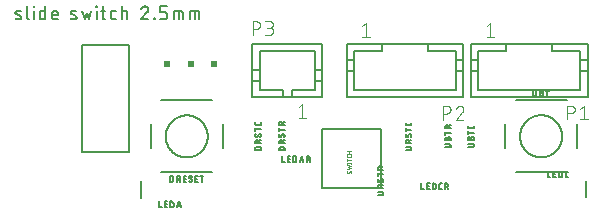
<source format=gbr>
G04 EAGLE Gerber X2 export*
G04 #@! %TF.Part,Single*
G04 #@! %TF.FileFunction,Legend,Top,1*
G04 #@! %TF.FilePolarity,Positive*
G04 #@! %TF.GenerationSoftware,Autodesk,EAGLE,8.6.0*
G04 #@! %TF.CreationDate,2018-03-03T07:27:46Z*
G75*
%MOMM*%
%FSLAX34Y34*%
%LPD*%
%AMOC8*
5,1,8,0,0,1.08239X$1,22.5*%
G01*
%ADD10C,0.127000*%
%ADD11C,0.101600*%
%ADD12C,0.203200*%
%ADD13C,0.152400*%
%ADD14C,0.025400*%
%ADD15R,0.508000X0.508000*%
%ADD16C,0.177800*%


D10*
X449400Y168400D02*
X419400Y168400D01*
X380400Y168400D01*
X350400Y168400D01*
X350400Y123400D02*
X449400Y123400D01*
X350400Y123400D02*
X350400Y145400D01*
X350400Y154400D01*
X350400Y168400D01*
X449400Y145400D02*
X449400Y123400D01*
X449400Y145400D02*
X449400Y154400D01*
X449400Y168400D01*
X443400Y129400D02*
X356400Y129400D01*
X443400Y129400D02*
X443400Y145400D01*
X443400Y154400D01*
X443400Y162400D01*
X419400Y162400D01*
X356400Y145400D02*
X356400Y129400D01*
X356400Y145400D02*
X356400Y154400D01*
X356400Y162400D01*
X443400Y154400D02*
X449400Y154400D01*
X449400Y145400D02*
X443400Y145400D01*
X356400Y145400D02*
X350400Y145400D01*
X350400Y154400D02*
X356400Y154400D01*
X419400Y162400D02*
X419400Y168400D01*
X380400Y168400D02*
X380400Y162400D01*
X356400Y162400D01*
D11*
X432021Y115891D02*
X432021Y104207D01*
X432021Y115891D02*
X435267Y115891D01*
X435380Y115889D01*
X435493Y115883D01*
X435606Y115873D01*
X435719Y115859D01*
X435831Y115842D01*
X435942Y115820D01*
X436052Y115795D01*
X436162Y115765D01*
X436270Y115732D01*
X436377Y115695D01*
X436483Y115655D01*
X436587Y115610D01*
X436690Y115562D01*
X436791Y115511D01*
X436890Y115456D01*
X436987Y115398D01*
X437082Y115336D01*
X437175Y115271D01*
X437265Y115203D01*
X437353Y115132D01*
X437439Y115057D01*
X437522Y114980D01*
X437602Y114900D01*
X437679Y114817D01*
X437754Y114731D01*
X437825Y114643D01*
X437893Y114553D01*
X437958Y114460D01*
X438020Y114365D01*
X438078Y114268D01*
X438133Y114169D01*
X438184Y114068D01*
X438232Y113965D01*
X438277Y113861D01*
X438317Y113755D01*
X438354Y113648D01*
X438387Y113540D01*
X438417Y113430D01*
X438442Y113320D01*
X438464Y113209D01*
X438481Y113097D01*
X438495Y112984D01*
X438505Y112871D01*
X438511Y112758D01*
X438513Y112645D01*
X438511Y112532D01*
X438505Y112419D01*
X438495Y112306D01*
X438481Y112193D01*
X438464Y112081D01*
X438442Y111970D01*
X438417Y111860D01*
X438387Y111750D01*
X438354Y111642D01*
X438317Y111535D01*
X438277Y111429D01*
X438232Y111325D01*
X438184Y111222D01*
X438133Y111121D01*
X438078Y111022D01*
X438020Y110925D01*
X437958Y110830D01*
X437893Y110737D01*
X437825Y110647D01*
X437754Y110559D01*
X437679Y110473D01*
X437602Y110390D01*
X437522Y110310D01*
X437439Y110233D01*
X437353Y110158D01*
X437265Y110087D01*
X437175Y110019D01*
X437082Y109954D01*
X436987Y109892D01*
X436890Y109834D01*
X436791Y109779D01*
X436690Y109728D01*
X436587Y109680D01*
X436483Y109635D01*
X436377Y109595D01*
X436270Y109558D01*
X436162Y109525D01*
X436052Y109495D01*
X435942Y109470D01*
X435831Y109448D01*
X435719Y109431D01*
X435606Y109417D01*
X435493Y109407D01*
X435380Y109401D01*
X435267Y109399D01*
X435267Y109400D02*
X432021Y109400D01*
X442901Y113295D02*
X446146Y115891D01*
X446146Y104207D01*
X442901Y104207D02*
X449392Y104207D01*
X367145Y185891D02*
X363900Y183295D01*
X367145Y185891D02*
X367145Y174207D01*
X363900Y174207D02*
X370391Y174207D01*
D10*
X344300Y168200D02*
X314300Y168200D01*
X275300Y168200D01*
X245300Y168200D01*
X245300Y123200D02*
X344300Y123200D01*
X245300Y123200D02*
X245300Y145200D01*
X245300Y154200D01*
X245300Y168200D01*
X344300Y145200D02*
X344300Y123200D01*
X344300Y145200D02*
X344300Y154200D01*
X344300Y168200D01*
X338300Y129200D02*
X251300Y129200D01*
X338300Y129200D02*
X338300Y145200D01*
X338300Y154200D01*
X338300Y162200D01*
X314300Y162200D01*
X251300Y145200D02*
X251300Y129200D01*
X251300Y145200D02*
X251300Y154200D01*
X251300Y162200D01*
X338300Y154200D02*
X344300Y154200D01*
X344300Y145200D02*
X338300Y145200D01*
X251300Y145200D02*
X245300Y145200D01*
X245300Y154200D02*
X251300Y154200D01*
X314300Y162200D02*
X314300Y168200D01*
X275300Y168200D02*
X275300Y162200D01*
X251300Y162200D01*
D11*
X326921Y115691D02*
X326921Y104007D01*
X326921Y115691D02*
X330167Y115691D01*
X330280Y115689D01*
X330393Y115683D01*
X330506Y115673D01*
X330619Y115659D01*
X330731Y115642D01*
X330842Y115620D01*
X330952Y115595D01*
X331062Y115565D01*
X331170Y115532D01*
X331277Y115495D01*
X331383Y115455D01*
X331487Y115410D01*
X331590Y115362D01*
X331691Y115311D01*
X331790Y115256D01*
X331887Y115198D01*
X331982Y115136D01*
X332075Y115071D01*
X332165Y115003D01*
X332253Y114932D01*
X332339Y114857D01*
X332422Y114780D01*
X332502Y114700D01*
X332579Y114617D01*
X332654Y114531D01*
X332725Y114443D01*
X332793Y114353D01*
X332858Y114260D01*
X332920Y114165D01*
X332978Y114068D01*
X333033Y113969D01*
X333084Y113868D01*
X333132Y113765D01*
X333177Y113661D01*
X333217Y113555D01*
X333254Y113448D01*
X333287Y113340D01*
X333317Y113230D01*
X333342Y113120D01*
X333364Y113009D01*
X333381Y112897D01*
X333395Y112784D01*
X333405Y112671D01*
X333411Y112558D01*
X333413Y112445D01*
X333411Y112332D01*
X333405Y112219D01*
X333395Y112106D01*
X333381Y111993D01*
X333364Y111881D01*
X333342Y111770D01*
X333317Y111660D01*
X333287Y111550D01*
X333254Y111442D01*
X333217Y111335D01*
X333177Y111229D01*
X333132Y111125D01*
X333084Y111022D01*
X333033Y110921D01*
X332978Y110822D01*
X332920Y110725D01*
X332858Y110630D01*
X332793Y110537D01*
X332725Y110447D01*
X332654Y110359D01*
X332579Y110273D01*
X332502Y110190D01*
X332422Y110110D01*
X332339Y110033D01*
X332253Y109958D01*
X332165Y109887D01*
X332075Y109819D01*
X331982Y109754D01*
X331887Y109692D01*
X331790Y109634D01*
X331691Y109579D01*
X331590Y109528D01*
X331487Y109480D01*
X331383Y109435D01*
X331277Y109395D01*
X331170Y109358D01*
X331062Y109325D01*
X330952Y109295D01*
X330842Y109270D01*
X330731Y109248D01*
X330619Y109231D01*
X330506Y109217D01*
X330393Y109207D01*
X330280Y109201D01*
X330167Y109199D01*
X330167Y109200D02*
X326921Y109200D01*
X341371Y115691D02*
X341478Y115689D01*
X341584Y115683D01*
X341690Y115673D01*
X341796Y115660D01*
X341902Y115642D01*
X342006Y115621D01*
X342110Y115596D01*
X342213Y115567D01*
X342314Y115535D01*
X342414Y115498D01*
X342513Y115458D01*
X342611Y115415D01*
X342707Y115368D01*
X342801Y115317D01*
X342893Y115263D01*
X342983Y115206D01*
X343071Y115146D01*
X343156Y115082D01*
X343239Y115015D01*
X343320Y114945D01*
X343398Y114873D01*
X343474Y114797D01*
X343546Y114719D01*
X343616Y114638D01*
X343683Y114555D01*
X343747Y114470D01*
X343807Y114382D01*
X343864Y114292D01*
X343918Y114200D01*
X343969Y114106D01*
X344016Y114010D01*
X344059Y113912D01*
X344099Y113813D01*
X344136Y113713D01*
X344168Y113612D01*
X344197Y113509D01*
X344222Y113405D01*
X344243Y113301D01*
X344261Y113195D01*
X344274Y113089D01*
X344284Y112983D01*
X344290Y112877D01*
X344292Y112770D01*
X341371Y115691D02*
X341250Y115689D01*
X341129Y115683D01*
X341009Y115673D01*
X340888Y115660D01*
X340769Y115642D01*
X340649Y115621D01*
X340531Y115596D01*
X340414Y115567D01*
X340297Y115534D01*
X340182Y115498D01*
X340068Y115457D01*
X339955Y115414D01*
X339843Y115366D01*
X339734Y115315D01*
X339626Y115260D01*
X339519Y115202D01*
X339415Y115141D01*
X339313Y115076D01*
X339213Y115008D01*
X339115Y114937D01*
X339019Y114863D01*
X338926Y114786D01*
X338836Y114705D01*
X338748Y114622D01*
X338663Y114536D01*
X338580Y114447D01*
X338501Y114356D01*
X338424Y114262D01*
X338351Y114166D01*
X338281Y114068D01*
X338214Y113967D01*
X338150Y113864D01*
X338090Y113759D01*
X338033Y113652D01*
X337979Y113544D01*
X337929Y113434D01*
X337883Y113322D01*
X337840Y113209D01*
X337801Y113094D01*
X343319Y110498D02*
X343398Y110575D01*
X343474Y110656D01*
X343547Y110739D01*
X343617Y110824D01*
X343684Y110912D01*
X343748Y111002D01*
X343808Y111094D01*
X343865Y111189D01*
X343919Y111285D01*
X343970Y111383D01*
X344017Y111483D01*
X344061Y111585D01*
X344101Y111688D01*
X344137Y111792D01*
X344169Y111898D01*
X344198Y112004D01*
X344223Y112112D01*
X344245Y112220D01*
X344262Y112330D01*
X344276Y112439D01*
X344285Y112549D01*
X344291Y112660D01*
X344293Y112770D01*
X343318Y110498D02*
X337801Y104007D01*
X344292Y104007D01*
X262045Y185691D02*
X258800Y183095D01*
X262045Y185691D02*
X262045Y174007D01*
X258800Y174007D02*
X265291Y174007D01*
D10*
X191200Y123000D02*
X165700Y123000D01*
X191200Y123000D02*
X199200Y123000D01*
X224700Y123000D01*
X224700Y168000D02*
X165700Y168000D01*
X224700Y168000D02*
X224700Y146000D01*
X224700Y137000D01*
X224700Y123000D01*
X165700Y146000D02*
X165700Y168000D01*
X165700Y146000D02*
X165700Y137000D01*
X165700Y123000D01*
X171700Y162000D02*
X218700Y162000D01*
X171700Y162000D02*
X171700Y146000D01*
X171700Y137000D01*
X171700Y129000D01*
X191200Y129000D01*
X218700Y146000D02*
X218700Y162000D01*
X218700Y146000D02*
X218700Y137000D01*
X218700Y129000D01*
X171700Y137000D02*
X165700Y137000D01*
X165700Y146000D02*
X171700Y146000D01*
X218700Y146000D02*
X224700Y146000D01*
X224700Y137000D02*
X218700Y137000D01*
X218700Y129000D02*
X199200Y129000D01*
X199200Y123000D01*
X191200Y123000D02*
X191200Y129000D01*
D11*
X165708Y175509D02*
X165708Y187193D01*
X168954Y187193D01*
X169067Y187191D01*
X169180Y187185D01*
X169293Y187175D01*
X169406Y187161D01*
X169518Y187144D01*
X169629Y187122D01*
X169739Y187097D01*
X169849Y187067D01*
X169957Y187034D01*
X170064Y186997D01*
X170170Y186957D01*
X170274Y186912D01*
X170377Y186864D01*
X170478Y186813D01*
X170577Y186758D01*
X170674Y186700D01*
X170769Y186638D01*
X170862Y186573D01*
X170952Y186505D01*
X171040Y186434D01*
X171126Y186359D01*
X171209Y186282D01*
X171289Y186202D01*
X171366Y186119D01*
X171441Y186033D01*
X171512Y185945D01*
X171580Y185855D01*
X171645Y185762D01*
X171707Y185667D01*
X171765Y185570D01*
X171820Y185471D01*
X171871Y185370D01*
X171919Y185267D01*
X171964Y185163D01*
X172004Y185057D01*
X172041Y184950D01*
X172074Y184842D01*
X172104Y184732D01*
X172129Y184622D01*
X172151Y184511D01*
X172168Y184399D01*
X172182Y184286D01*
X172192Y184173D01*
X172198Y184060D01*
X172200Y183947D01*
X172198Y183834D01*
X172192Y183721D01*
X172182Y183608D01*
X172168Y183495D01*
X172151Y183383D01*
X172129Y183272D01*
X172104Y183162D01*
X172074Y183052D01*
X172041Y182944D01*
X172004Y182837D01*
X171964Y182731D01*
X171919Y182627D01*
X171871Y182524D01*
X171820Y182423D01*
X171765Y182324D01*
X171707Y182227D01*
X171645Y182132D01*
X171580Y182039D01*
X171512Y181949D01*
X171441Y181861D01*
X171366Y181775D01*
X171289Y181692D01*
X171209Y181612D01*
X171126Y181535D01*
X171040Y181460D01*
X170952Y181389D01*
X170862Y181321D01*
X170769Y181256D01*
X170674Y181194D01*
X170577Y181136D01*
X170478Y181081D01*
X170377Y181030D01*
X170274Y180982D01*
X170170Y180937D01*
X170064Y180897D01*
X169957Y180860D01*
X169849Y180827D01*
X169739Y180797D01*
X169629Y180772D01*
X169518Y180750D01*
X169406Y180733D01*
X169293Y180719D01*
X169180Y180709D01*
X169067Y180703D01*
X168954Y180701D01*
X168954Y180702D02*
X165708Y180702D01*
X176588Y175509D02*
X179833Y175509D01*
X179946Y175511D01*
X180059Y175517D01*
X180172Y175527D01*
X180285Y175541D01*
X180397Y175558D01*
X180508Y175580D01*
X180618Y175605D01*
X180728Y175635D01*
X180836Y175668D01*
X180943Y175705D01*
X181049Y175745D01*
X181153Y175790D01*
X181256Y175838D01*
X181357Y175889D01*
X181456Y175944D01*
X181553Y176002D01*
X181648Y176064D01*
X181741Y176129D01*
X181831Y176197D01*
X181919Y176268D01*
X182005Y176343D01*
X182088Y176420D01*
X182168Y176500D01*
X182245Y176583D01*
X182320Y176669D01*
X182391Y176757D01*
X182459Y176847D01*
X182524Y176940D01*
X182586Y177035D01*
X182644Y177132D01*
X182699Y177231D01*
X182750Y177332D01*
X182798Y177435D01*
X182843Y177539D01*
X182883Y177645D01*
X182920Y177752D01*
X182953Y177860D01*
X182983Y177970D01*
X183008Y178080D01*
X183030Y178191D01*
X183047Y178303D01*
X183061Y178416D01*
X183071Y178529D01*
X183077Y178642D01*
X183079Y178755D01*
X183077Y178868D01*
X183071Y178981D01*
X183061Y179094D01*
X183047Y179207D01*
X183030Y179319D01*
X183008Y179430D01*
X182983Y179540D01*
X182953Y179650D01*
X182920Y179758D01*
X182883Y179865D01*
X182843Y179971D01*
X182798Y180075D01*
X182750Y180178D01*
X182699Y180279D01*
X182644Y180378D01*
X182586Y180475D01*
X182524Y180570D01*
X182459Y180663D01*
X182391Y180753D01*
X182320Y180841D01*
X182245Y180927D01*
X182168Y181010D01*
X182088Y181090D01*
X182005Y181167D01*
X181919Y181242D01*
X181831Y181313D01*
X181741Y181381D01*
X181648Y181446D01*
X181553Y181508D01*
X181456Y181566D01*
X181357Y181621D01*
X181256Y181672D01*
X181153Y181720D01*
X181049Y181765D01*
X180943Y181805D01*
X180836Y181842D01*
X180728Y181875D01*
X180618Y181905D01*
X180508Y181930D01*
X180397Y181952D01*
X180285Y181969D01*
X180172Y181983D01*
X180059Y181993D01*
X179946Y181999D01*
X179833Y182001D01*
X180482Y187193D02*
X176588Y187193D01*
X180482Y187193D02*
X180583Y187191D01*
X180683Y187185D01*
X180783Y187175D01*
X180883Y187162D01*
X180982Y187144D01*
X181081Y187123D01*
X181178Y187098D01*
X181275Y187069D01*
X181370Y187036D01*
X181464Y187000D01*
X181556Y186960D01*
X181647Y186917D01*
X181736Y186870D01*
X181823Y186820D01*
X181909Y186766D01*
X181992Y186709D01*
X182072Y186649D01*
X182151Y186586D01*
X182227Y186519D01*
X182300Y186450D01*
X182370Y186378D01*
X182438Y186304D01*
X182503Y186227D01*
X182564Y186147D01*
X182623Y186065D01*
X182678Y185981D01*
X182730Y185895D01*
X182779Y185807D01*
X182824Y185717D01*
X182866Y185625D01*
X182904Y185532D01*
X182938Y185437D01*
X182969Y185342D01*
X182996Y185245D01*
X183019Y185147D01*
X183039Y185048D01*
X183054Y184948D01*
X183066Y184848D01*
X183074Y184748D01*
X183078Y184647D01*
X183078Y184547D01*
X183074Y184446D01*
X183066Y184346D01*
X183054Y184246D01*
X183039Y184146D01*
X183019Y184047D01*
X182996Y183949D01*
X182969Y183852D01*
X182938Y183757D01*
X182904Y183662D01*
X182866Y183569D01*
X182824Y183477D01*
X182779Y183387D01*
X182730Y183299D01*
X182678Y183213D01*
X182623Y183129D01*
X182564Y183047D01*
X182503Y182967D01*
X182438Y182890D01*
X182370Y182816D01*
X182300Y182744D01*
X182227Y182675D01*
X182151Y182608D01*
X182072Y182545D01*
X181992Y182485D01*
X181909Y182428D01*
X181823Y182374D01*
X181736Y182324D01*
X181647Y182277D01*
X181556Y182234D01*
X181464Y182194D01*
X181370Y182158D01*
X181275Y182125D01*
X181178Y182096D01*
X181081Y182071D01*
X180982Y182050D01*
X180883Y182032D01*
X180783Y182019D01*
X180683Y182009D01*
X180583Y182003D01*
X180482Y182001D01*
X180482Y182000D02*
X177886Y182000D01*
X207955Y117193D02*
X204709Y114597D01*
X207955Y117193D02*
X207955Y105509D01*
X211200Y105509D02*
X204709Y105509D01*
D10*
X192951Y78029D02*
X188125Y78029D01*
X188125Y79370D01*
X188127Y79440D01*
X188132Y79510D01*
X188142Y79580D01*
X188154Y79649D01*
X188171Y79717D01*
X188191Y79784D01*
X188214Y79851D01*
X188241Y79915D01*
X188271Y79979D01*
X188305Y80041D01*
X188341Y80100D01*
X188381Y80158D01*
X188424Y80214D01*
X188469Y80267D01*
X188518Y80318D01*
X188569Y80367D01*
X188622Y80412D01*
X188678Y80455D01*
X188736Y80495D01*
X188796Y80531D01*
X188857Y80565D01*
X188921Y80595D01*
X188985Y80622D01*
X189052Y80645D01*
X189119Y80665D01*
X189187Y80682D01*
X189256Y80694D01*
X189326Y80704D01*
X189396Y80709D01*
X189466Y80711D01*
X189466Y80710D02*
X191610Y80710D01*
X191610Y80711D02*
X191680Y80709D01*
X191750Y80704D01*
X191820Y80694D01*
X191889Y80682D01*
X191957Y80665D01*
X192024Y80645D01*
X192091Y80622D01*
X192155Y80595D01*
X192219Y80565D01*
X192281Y80531D01*
X192340Y80495D01*
X192398Y80455D01*
X192454Y80412D01*
X192507Y80367D01*
X192558Y80318D01*
X192607Y80267D01*
X192652Y80214D01*
X192695Y80158D01*
X192735Y80100D01*
X192771Y80040D01*
X192805Y79979D01*
X192835Y79915D01*
X192862Y79851D01*
X192885Y79784D01*
X192905Y79717D01*
X192922Y79649D01*
X192934Y79580D01*
X192944Y79510D01*
X192949Y79440D01*
X192951Y79370D01*
X192951Y78029D01*
X192951Y83945D02*
X188125Y83945D01*
X188125Y85286D01*
X188127Y85357D01*
X188133Y85429D01*
X188142Y85499D01*
X188155Y85569D01*
X188172Y85639D01*
X188193Y85707D01*
X188217Y85774D01*
X188245Y85840D01*
X188276Y85904D01*
X188311Y85967D01*
X188349Y86027D01*
X188390Y86086D01*
X188434Y86142D01*
X188481Y86196D01*
X188530Y86247D01*
X188583Y86295D01*
X188638Y86341D01*
X188695Y86383D01*
X188755Y86423D01*
X188816Y86459D01*
X188880Y86492D01*
X188945Y86521D01*
X189011Y86547D01*
X189079Y86570D01*
X189148Y86589D01*
X189218Y86604D01*
X189288Y86615D01*
X189359Y86623D01*
X189430Y86627D01*
X189502Y86627D01*
X189573Y86623D01*
X189644Y86615D01*
X189714Y86604D01*
X189784Y86589D01*
X189853Y86570D01*
X189921Y86547D01*
X189987Y86521D01*
X190052Y86492D01*
X190116Y86459D01*
X190177Y86423D01*
X190237Y86383D01*
X190294Y86341D01*
X190349Y86295D01*
X190402Y86247D01*
X190451Y86196D01*
X190498Y86142D01*
X190542Y86086D01*
X190583Y86027D01*
X190621Y85967D01*
X190656Y85904D01*
X190687Y85840D01*
X190715Y85774D01*
X190739Y85707D01*
X190760Y85639D01*
X190777Y85569D01*
X190790Y85499D01*
X190799Y85429D01*
X190805Y85357D01*
X190807Y85286D01*
X190806Y85286D02*
X190806Y83945D01*
X190806Y85554D02*
X192951Y86626D01*
X192951Y90793D02*
X192949Y90858D01*
X192943Y90922D01*
X192933Y90986D01*
X192920Y91050D01*
X192902Y91112D01*
X192881Y91173D01*
X192857Y91233D01*
X192828Y91291D01*
X192796Y91348D01*
X192761Y91402D01*
X192723Y91454D01*
X192681Y91504D01*
X192637Y91551D01*
X192590Y91595D01*
X192540Y91637D01*
X192488Y91675D01*
X192434Y91710D01*
X192377Y91742D01*
X192319Y91771D01*
X192259Y91795D01*
X192198Y91816D01*
X192136Y91834D01*
X192072Y91847D01*
X192008Y91857D01*
X191944Y91863D01*
X191879Y91865D01*
X192951Y90793D02*
X192949Y90699D01*
X192943Y90605D01*
X192933Y90511D01*
X192920Y90418D01*
X192902Y90326D01*
X192881Y90234D01*
X192856Y90143D01*
X192827Y90053D01*
X192794Y89965D01*
X192758Y89878D01*
X192718Y89793D01*
X192675Y89709D01*
X192628Y89628D01*
X192578Y89548D01*
X192525Y89470D01*
X192468Y89395D01*
X192409Y89322D01*
X192346Y89252D01*
X192281Y89184D01*
X189197Y89319D02*
X189132Y89321D01*
X189068Y89327D01*
X189004Y89337D01*
X188940Y89350D01*
X188878Y89368D01*
X188817Y89389D01*
X188757Y89413D01*
X188699Y89442D01*
X188642Y89474D01*
X188588Y89509D01*
X188536Y89547D01*
X188486Y89589D01*
X188439Y89633D01*
X188395Y89680D01*
X188353Y89730D01*
X188315Y89782D01*
X188280Y89836D01*
X188248Y89893D01*
X188219Y89951D01*
X188195Y90011D01*
X188174Y90072D01*
X188156Y90134D01*
X188143Y90198D01*
X188133Y90262D01*
X188127Y90326D01*
X188125Y90391D01*
X188127Y90477D01*
X188132Y90563D01*
X188142Y90649D01*
X188155Y90734D01*
X188171Y90819D01*
X188191Y90903D01*
X188215Y90986D01*
X188242Y91068D01*
X188273Y91148D01*
X188307Y91228D01*
X188345Y91305D01*
X188386Y91381D01*
X188430Y91455D01*
X188477Y91528D01*
X188527Y91598D01*
X190135Y89855D02*
X190102Y89802D01*
X190065Y89751D01*
X190026Y89702D01*
X189984Y89655D01*
X189939Y89611D01*
X189892Y89570D01*
X189843Y89531D01*
X189791Y89495D01*
X189737Y89462D01*
X189682Y89433D01*
X189625Y89407D01*
X189566Y89384D01*
X189507Y89364D01*
X189446Y89348D01*
X189385Y89335D01*
X189322Y89326D01*
X189260Y89321D01*
X189197Y89319D01*
X190941Y91330D02*
X190974Y91383D01*
X191011Y91434D01*
X191050Y91483D01*
X191092Y91530D01*
X191137Y91574D01*
X191184Y91615D01*
X191233Y91654D01*
X191285Y91690D01*
X191339Y91723D01*
X191394Y91752D01*
X191451Y91778D01*
X191510Y91801D01*
X191569Y91821D01*
X191630Y91837D01*
X191691Y91850D01*
X191754Y91859D01*
X191816Y91864D01*
X191879Y91866D01*
X190940Y91330D02*
X190136Y89855D01*
X188125Y95463D02*
X192951Y95463D01*
X188125Y94123D02*
X188125Y96804D01*
X188125Y99490D02*
X192951Y99490D01*
X188125Y99490D02*
X188125Y100830D01*
X188127Y100901D01*
X188133Y100973D01*
X188142Y101043D01*
X188155Y101113D01*
X188172Y101183D01*
X188193Y101251D01*
X188217Y101318D01*
X188245Y101384D01*
X188276Y101448D01*
X188311Y101511D01*
X188349Y101571D01*
X188390Y101630D01*
X188434Y101686D01*
X188481Y101740D01*
X188530Y101791D01*
X188583Y101839D01*
X188638Y101885D01*
X188695Y101927D01*
X188755Y101967D01*
X188816Y102003D01*
X188880Y102036D01*
X188945Y102065D01*
X189011Y102091D01*
X189079Y102114D01*
X189148Y102133D01*
X189218Y102148D01*
X189288Y102159D01*
X189359Y102167D01*
X189430Y102171D01*
X189502Y102171D01*
X189573Y102167D01*
X189644Y102159D01*
X189714Y102148D01*
X189784Y102133D01*
X189853Y102114D01*
X189921Y102091D01*
X189987Y102065D01*
X190052Y102036D01*
X190116Y102003D01*
X190177Y101967D01*
X190237Y101927D01*
X190294Y101885D01*
X190349Y101839D01*
X190402Y101791D01*
X190451Y101740D01*
X190498Y101686D01*
X190542Y101630D01*
X190583Y101571D01*
X190621Y101511D01*
X190656Y101448D01*
X190687Y101384D01*
X190715Y101318D01*
X190739Y101251D01*
X190760Y101183D01*
X190777Y101113D01*
X190790Y101043D01*
X190799Y100973D01*
X190805Y100901D01*
X190807Y100830D01*
X190806Y100830D02*
X190806Y99490D01*
X190806Y101098D02*
X192951Y102171D01*
X172851Y78335D02*
X168025Y78335D01*
X168025Y79675D01*
X168027Y79745D01*
X168032Y79815D01*
X168042Y79885D01*
X168054Y79954D01*
X168071Y80022D01*
X168091Y80089D01*
X168114Y80156D01*
X168141Y80220D01*
X168171Y80284D01*
X168205Y80346D01*
X168241Y80405D01*
X168281Y80463D01*
X168324Y80519D01*
X168369Y80572D01*
X168418Y80623D01*
X168469Y80672D01*
X168522Y80717D01*
X168578Y80760D01*
X168636Y80800D01*
X168696Y80836D01*
X168757Y80870D01*
X168821Y80900D01*
X168885Y80927D01*
X168952Y80950D01*
X169019Y80970D01*
X169087Y80987D01*
X169156Y80999D01*
X169226Y81009D01*
X169296Y81014D01*
X169366Y81016D01*
X171510Y81016D01*
X171510Y81017D02*
X171580Y81015D01*
X171650Y81010D01*
X171720Y81000D01*
X171789Y80988D01*
X171857Y80971D01*
X171924Y80951D01*
X171991Y80928D01*
X172055Y80901D01*
X172119Y80871D01*
X172181Y80837D01*
X172240Y80801D01*
X172298Y80761D01*
X172354Y80718D01*
X172407Y80673D01*
X172458Y80624D01*
X172507Y80573D01*
X172552Y80520D01*
X172595Y80464D01*
X172635Y80406D01*
X172671Y80346D01*
X172705Y80285D01*
X172735Y80221D01*
X172762Y80157D01*
X172785Y80090D01*
X172805Y80023D01*
X172822Y79955D01*
X172834Y79886D01*
X172844Y79816D01*
X172849Y79746D01*
X172851Y79676D01*
X172851Y79675D02*
X172851Y78335D01*
X172851Y84251D02*
X168025Y84251D01*
X168025Y85591D01*
X168027Y85662D01*
X168033Y85734D01*
X168042Y85804D01*
X168055Y85874D01*
X168072Y85944D01*
X168093Y86012D01*
X168117Y86079D01*
X168145Y86145D01*
X168176Y86209D01*
X168211Y86272D01*
X168249Y86332D01*
X168290Y86391D01*
X168334Y86447D01*
X168381Y86501D01*
X168430Y86552D01*
X168483Y86600D01*
X168538Y86646D01*
X168595Y86688D01*
X168655Y86728D01*
X168716Y86764D01*
X168780Y86797D01*
X168845Y86826D01*
X168911Y86852D01*
X168979Y86875D01*
X169048Y86894D01*
X169118Y86909D01*
X169188Y86920D01*
X169259Y86928D01*
X169330Y86932D01*
X169402Y86932D01*
X169473Y86928D01*
X169544Y86920D01*
X169614Y86909D01*
X169684Y86894D01*
X169753Y86875D01*
X169821Y86852D01*
X169887Y86826D01*
X169952Y86797D01*
X170016Y86764D01*
X170077Y86728D01*
X170137Y86688D01*
X170194Y86646D01*
X170249Y86600D01*
X170302Y86552D01*
X170351Y86501D01*
X170398Y86447D01*
X170442Y86391D01*
X170483Y86332D01*
X170521Y86272D01*
X170556Y86209D01*
X170587Y86145D01*
X170615Y86079D01*
X170639Y86012D01*
X170660Y85944D01*
X170677Y85874D01*
X170690Y85804D01*
X170699Y85734D01*
X170705Y85662D01*
X170707Y85591D01*
X170706Y85591D02*
X170706Y84251D01*
X170706Y85859D02*
X172851Y86932D01*
X172851Y91099D02*
X172849Y91164D01*
X172843Y91228D01*
X172833Y91292D01*
X172820Y91356D01*
X172802Y91418D01*
X172781Y91479D01*
X172757Y91539D01*
X172728Y91597D01*
X172696Y91654D01*
X172661Y91708D01*
X172623Y91760D01*
X172581Y91810D01*
X172537Y91857D01*
X172490Y91901D01*
X172440Y91943D01*
X172388Y91981D01*
X172334Y92016D01*
X172277Y92048D01*
X172219Y92077D01*
X172159Y92101D01*
X172098Y92122D01*
X172036Y92140D01*
X171972Y92153D01*
X171908Y92163D01*
X171844Y92169D01*
X171779Y92171D01*
X172851Y91099D02*
X172849Y91005D01*
X172843Y90911D01*
X172833Y90817D01*
X172820Y90724D01*
X172802Y90632D01*
X172781Y90540D01*
X172756Y90449D01*
X172727Y90359D01*
X172694Y90271D01*
X172658Y90184D01*
X172618Y90099D01*
X172575Y90015D01*
X172528Y89934D01*
X172478Y89854D01*
X172425Y89776D01*
X172368Y89701D01*
X172309Y89628D01*
X172246Y89558D01*
X172181Y89490D01*
X169097Y89625D02*
X169032Y89627D01*
X168968Y89633D01*
X168904Y89643D01*
X168840Y89656D01*
X168778Y89674D01*
X168717Y89695D01*
X168657Y89719D01*
X168599Y89748D01*
X168542Y89780D01*
X168488Y89815D01*
X168436Y89853D01*
X168386Y89895D01*
X168339Y89939D01*
X168295Y89986D01*
X168253Y90036D01*
X168215Y90088D01*
X168180Y90142D01*
X168148Y90199D01*
X168119Y90257D01*
X168095Y90317D01*
X168074Y90378D01*
X168056Y90440D01*
X168043Y90504D01*
X168033Y90568D01*
X168027Y90632D01*
X168025Y90697D01*
X168027Y90783D01*
X168032Y90869D01*
X168042Y90955D01*
X168055Y91040D01*
X168071Y91125D01*
X168091Y91209D01*
X168115Y91292D01*
X168142Y91374D01*
X168173Y91454D01*
X168207Y91534D01*
X168245Y91611D01*
X168286Y91687D01*
X168330Y91761D01*
X168377Y91834D01*
X168427Y91904D01*
X170035Y90161D02*
X170002Y90108D01*
X169965Y90057D01*
X169926Y90008D01*
X169884Y89961D01*
X169839Y89917D01*
X169792Y89876D01*
X169743Y89837D01*
X169691Y89801D01*
X169637Y89768D01*
X169582Y89739D01*
X169525Y89713D01*
X169466Y89690D01*
X169407Y89670D01*
X169346Y89654D01*
X169285Y89641D01*
X169222Y89632D01*
X169160Y89627D01*
X169097Y89625D01*
X170841Y91635D02*
X170874Y91688D01*
X170911Y91739D01*
X170950Y91788D01*
X170992Y91835D01*
X171037Y91879D01*
X171084Y91920D01*
X171133Y91959D01*
X171185Y91995D01*
X171239Y92028D01*
X171294Y92057D01*
X171351Y92083D01*
X171410Y92106D01*
X171469Y92126D01*
X171530Y92142D01*
X171591Y92155D01*
X171654Y92164D01*
X171716Y92169D01*
X171779Y92171D01*
X170840Y91635D02*
X170036Y90161D01*
X168025Y95769D02*
X172851Y95769D01*
X168025Y94428D02*
X168025Y97109D01*
X172851Y100593D02*
X172851Y101665D01*
X172851Y100593D02*
X172849Y100528D01*
X172843Y100464D01*
X172833Y100400D01*
X172820Y100336D01*
X172802Y100274D01*
X172781Y100213D01*
X172757Y100153D01*
X172728Y100095D01*
X172696Y100038D01*
X172661Y99984D01*
X172623Y99932D01*
X172581Y99882D01*
X172537Y99835D01*
X172490Y99791D01*
X172440Y99749D01*
X172388Y99711D01*
X172334Y99676D01*
X172277Y99644D01*
X172219Y99615D01*
X172159Y99591D01*
X172098Y99570D01*
X172036Y99552D01*
X171972Y99539D01*
X171908Y99529D01*
X171844Y99523D01*
X171779Y99521D01*
X171779Y99520D02*
X169097Y99520D01*
X169032Y99522D01*
X168968Y99528D01*
X168904Y99538D01*
X168840Y99551D01*
X168778Y99569D01*
X168717Y99590D01*
X168657Y99615D01*
X168598Y99643D01*
X168542Y99675D01*
X168487Y99710D01*
X168435Y99748D01*
X168385Y99790D01*
X168338Y99834D01*
X168294Y99881D01*
X168252Y99931D01*
X168214Y99983D01*
X168179Y100038D01*
X168147Y100094D01*
X168119Y100153D01*
X168094Y100212D01*
X168073Y100274D01*
X168055Y100336D01*
X168042Y100400D01*
X168032Y100464D01*
X168026Y100528D01*
X168024Y100593D01*
X168025Y100593D02*
X168025Y101665D01*
D12*
X131590Y59420D02*
X88410Y59420D01*
X88410Y120380D02*
X131590Y120380D01*
X79520Y100060D02*
X79520Y79920D01*
X140480Y79620D02*
X140480Y100060D01*
X92220Y89900D02*
X92225Y90336D01*
X92241Y90772D01*
X92268Y91208D01*
X92306Y91643D01*
X92354Y92076D01*
X92412Y92509D01*
X92482Y92940D01*
X92562Y93369D01*
X92652Y93796D01*
X92753Y94220D01*
X92864Y94642D01*
X92986Y95061D01*
X93117Y95477D01*
X93259Y95890D01*
X93411Y96299D01*
X93573Y96704D01*
X93745Y97105D01*
X93927Y97502D01*
X94118Y97894D01*
X94319Y98281D01*
X94530Y98664D01*
X94750Y99041D01*
X94979Y99412D01*
X95216Y99778D01*
X95463Y100138D01*
X95719Y100492D01*
X95983Y100839D01*
X96256Y101180D01*
X96537Y101513D01*
X96826Y101840D01*
X97123Y102160D01*
X97428Y102472D01*
X97740Y102777D01*
X98060Y103074D01*
X98387Y103363D01*
X98720Y103644D01*
X99061Y103917D01*
X99408Y104181D01*
X99762Y104437D01*
X100122Y104684D01*
X100488Y104921D01*
X100859Y105150D01*
X101236Y105370D01*
X101619Y105581D01*
X102006Y105782D01*
X102398Y105973D01*
X102795Y106155D01*
X103196Y106327D01*
X103601Y106489D01*
X104010Y106641D01*
X104423Y106783D01*
X104839Y106914D01*
X105258Y107036D01*
X105680Y107147D01*
X106104Y107248D01*
X106531Y107338D01*
X106960Y107418D01*
X107391Y107488D01*
X107824Y107546D01*
X108257Y107594D01*
X108692Y107632D01*
X109128Y107659D01*
X109564Y107675D01*
X110000Y107680D01*
X110436Y107675D01*
X110872Y107659D01*
X111308Y107632D01*
X111743Y107594D01*
X112176Y107546D01*
X112609Y107488D01*
X113040Y107418D01*
X113469Y107338D01*
X113896Y107248D01*
X114320Y107147D01*
X114742Y107036D01*
X115161Y106914D01*
X115577Y106783D01*
X115990Y106641D01*
X116399Y106489D01*
X116804Y106327D01*
X117205Y106155D01*
X117602Y105973D01*
X117994Y105782D01*
X118381Y105581D01*
X118764Y105370D01*
X119141Y105150D01*
X119512Y104921D01*
X119878Y104684D01*
X120238Y104437D01*
X120592Y104181D01*
X120939Y103917D01*
X121280Y103644D01*
X121613Y103363D01*
X121940Y103074D01*
X122260Y102777D01*
X122572Y102472D01*
X122877Y102160D01*
X123174Y101840D01*
X123463Y101513D01*
X123744Y101180D01*
X124017Y100839D01*
X124281Y100492D01*
X124537Y100138D01*
X124784Y99778D01*
X125021Y99412D01*
X125250Y99041D01*
X125470Y98664D01*
X125681Y98281D01*
X125882Y97894D01*
X126073Y97502D01*
X126255Y97105D01*
X126427Y96704D01*
X126589Y96299D01*
X126741Y95890D01*
X126883Y95477D01*
X127014Y95061D01*
X127136Y94642D01*
X127247Y94220D01*
X127348Y93796D01*
X127438Y93369D01*
X127518Y92940D01*
X127588Y92509D01*
X127646Y92076D01*
X127694Y91643D01*
X127732Y91208D01*
X127759Y90772D01*
X127775Y90336D01*
X127780Y89900D01*
X127775Y89464D01*
X127759Y89028D01*
X127732Y88592D01*
X127694Y88157D01*
X127646Y87724D01*
X127588Y87291D01*
X127518Y86860D01*
X127438Y86431D01*
X127348Y86004D01*
X127247Y85580D01*
X127136Y85158D01*
X127014Y84739D01*
X126883Y84323D01*
X126741Y83910D01*
X126589Y83501D01*
X126427Y83096D01*
X126255Y82695D01*
X126073Y82298D01*
X125882Y81906D01*
X125681Y81519D01*
X125470Y81136D01*
X125250Y80759D01*
X125021Y80388D01*
X124784Y80022D01*
X124537Y79662D01*
X124281Y79308D01*
X124017Y78961D01*
X123744Y78620D01*
X123463Y78287D01*
X123174Y77960D01*
X122877Y77640D01*
X122572Y77328D01*
X122260Y77023D01*
X121940Y76726D01*
X121613Y76437D01*
X121280Y76156D01*
X120939Y75883D01*
X120592Y75619D01*
X120238Y75363D01*
X119878Y75116D01*
X119512Y74879D01*
X119141Y74650D01*
X118764Y74430D01*
X118381Y74219D01*
X117994Y74018D01*
X117602Y73827D01*
X117205Y73645D01*
X116804Y73473D01*
X116399Y73311D01*
X115990Y73159D01*
X115577Y73017D01*
X115161Y72886D01*
X114742Y72764D01*
X114320Y72653D01*
X113896Y72552D01*
X113469Y72462D01*
X113040Y72382D01*
X112609Y72312D01*
X112176Y72254D01*
X111743Y72206D01*
X111308Y72168D01*
X110872Y72141D01*
X110436Y72125D01*
X110000Y72120D01*
X109564Y72125D01*
X109128Y72141D01*
X108692Y72168D01*
X108257Y72206D01*
X107824Y72254D01*
X107391Y72312D01*
X106960Y72382D01*
X106531Y72462D01*
X106104Y72552D01*
X105680Y72653D01*
X105258Y72764D01*
X104839Y72886D01*
X104423Y73017D01*
X104010Y73159D01*
X103601Y73311D01*
X103196Y73473D01*
X102795Y73645D01*
X102398Y73827D01*
X102006Y74018D01*
X101619Y74219D01*
X101236Y74430D01*
X100859Y74650D01*
X100488Y74879D01*
X100122Y75116D01*
X99762Y75363D01*
X99408Y75619D01*
X99061Y75883D01*
X98720Y76156D01*
X98387Y76437D01*
X98060Y76726D01*
X97740Y77023D01*
X97428Y77328D01*
X97123Y77640D01*
X96826Y77960D01*
X96537Y78287D01*
X96256Y78620D01*
X95983Y78961D01*
X95719Y79308D01*
X95463Y79662D01*
X95216Y80022D01*
X94979Y80388D01*
X94750Y80759D01*
X94530Y81136D01*
X94319Y81519D01*
X94118Y81906D01*
X93927Y82298D01*
X93745Y82695D01*
X93573Y83096D01*
X93411Y83501D01*
X93259Y83910D01*
X93117Y84323D01*
X92986Y84739D01*
X92864Y85158D01*
X92753Y85580D01*
X92652Y86004D01*
X92562Y86431D01*
X92482Y86860D01*
X92412Y87291D01*
X92354Y87724D01*
X92306Y88157D01*
X92268Y88592D01*
X92241Y89028D01*
X92225Y89464D01*
X92220Y89900D01*
D10*
X95858Y56245D02*
X95858Y51419D01*
X95858Y56245D02*
X97199Y56245D01*
X97269Y56243D01*
X97339Y56238D01*
X97409Y56228D01*
X97478Y56216D01*
X97546Y56199D01*
X97613Y56179D01*
X97680Y56156D01*
X97744Y56129D01*
X97808Y56099D01*
X97870Y56065D01*
X97929Y56029D01*
X97987Y55989D01*
X98043Y55946D01*
X98096Y55901D01*
X98147Y55852D01*
X98196Y55801D01*
X98241Y55748D01*
X98284Y55692D01*
X98324Y55634D01*
X98360Y55575D01*
X98394Y55513D01*
X98424Y55449D01*
X98451Y55385D01*
X98474Y55318D01*
X98494Y55251D01*
X98511Y55183D01*
X98523Y55114D01*
X98533Y55044D01*
X98538Y54974D01*
X98540Y54904D01*
X98539Y54904D02*
X98539Y52760D01*
X98540Y52760D02*
X98538Y52690D01*
X98533Y52620D01*
X98523Y52550D01*
X98511Y52481D01*
X98494Y52413D01*
X98474Y52346D01*
X98451Y52279D01*
X98424Y52215D01*
X98394Y52151D01*
X98360Y52089D01*
X98324Y52030D01*
X98284Y51972D01*
X98241Y51916D01*
X98196Y51863D01*
X98147Y51812D01*
X98096Y51763D01*
X98043Y51718D01*
X97987Y51675D01*
X97929Y51635D01*
X97869Y51599D01*
X97808Y51565D01*
X97744Y51535D01*
X97680Y51508D01*
X97613Y51485D01*
X97546Y51465D01*
X97478Y51448D01*
X97409Y51436D01*
X97339Y51426D01*
X97269Y51421D01*
X97199Y51419D01*
X95858Y51419D01*
X101774Y51419D02*
X101774Y56245D01*
X103114Y56245D01*
X103185Y56243D01*
X103257Y56237D01*
X103327Y56228D01*
X103397Y56215D01*
X103467Y56198D01*
X103535Y56177D01*
X103602Y56153D01*
X103668Y56125D01*
X103732Y56094D01*
X103795Y56059D01*
X103855Y56021D01*
X103914Y55980D01*
X103970Y55936D01*
X104024Y55889D01*
X104075Y55840D01*
X104123Y55787D01*
X104169Y55732D01*
X104211Y55675D01*
X104251Y55615D01*
X104287Y55554D01*
X104320Y55490D01*
X104349Y55425D01*
X104375Y55359D01*
X104398Y55291D01*
X104417Y55222D01*
X104432Y55152D01*
X104443Y55082D01*
X104451Y55011D01*
X104455Y54940D01*
X104455Y54868D01*
X104451Y54797D01*
X104443Y54726D01*
X104432Y54656D01*
X104417Y54586D01*
X104398Y54517D01*
X104375Y54449D01*
X104349Y54383D01*
X104320Y54318D01*
X104287Y54254D01*
X104251Y54193D01*
X104211Y54133D01*
X104169Y54076D01*
X104123Y54021D01*
X104075Y53968D01*
X104024Y53919D01*
X103970Y53872D01*
X103914Y53828D01*
X103855Y53787D01*
X103795Y53749D01*
X103732Y53714D01*
X103668Y53683D01*
X103602Y53655D01*
X103535Y53631D01*
X103467Y53610D01*
X103397Y53593D01*
X103327Y53580D01*
X103257Y53571D01*
X103185Y53565D01*
X103114Y53563D01*
X103114Y53564D02*
X101774Y53564D01*
X103382Y53564D02*
X104455Y51419D01*
X107399Y51419D02*
X109544Y51419D01*
X107399Y51419D02*
X107399Y56245D01*
X109544Y56245D01*
X109008Y54100D02*
X107399Y54100D01*
X113377Y51419D02*
X113442Y51421D01*
X113506Y51427D01*
X113570Y51437D01*
X113634Y51450D01*
X113696Y51468D01*
X113757Y51489D01*
X113817Y51513D01*
X113875Y51542D01*
X113932Y51574D01*
X113986Y51609D01*
X114038Y51647D01*
X114088Y51689D01*
X114135Y51733D01*
X114179Y51780D01*
X114221Y51830D01*
X114259Y51882D01*
X114294Y51936D01*
X114326Y51993D01*
X114355Y52051D01*
X114379Y52111D01*
X114400Y52172D01*
X114418Y52234D01*
X114431Y52298D01*
X114441Y52362D01*
X114447Y52426D01*
X114449Y52491D01*
X113377Y51419D02*
X113283Y51421D01*
X113189Y51427D01*
X113095Y51437D01*
X113002Y51450D01*
X112910Y51468D01*
X112818Y51489D01*
X112727Y51514D01*
X112637Y51543D01*
X112549Y51576D01*
X112462Y51612D01*
X112377Y51652D01*
X112293Y51695D01*
X112212Y51742D01*
X112132Y51792D01*
X112054Y51845D01*
X111979Y51902D01*
X111906Y51961D01*
X111836Y52024D01*
X111768Y52089D01*
X111903Y55173D02*
X111905Y55238D01*
X111911Y55302D01*
X111921Y55366D01*
X111934Y55430D01*
X111952Y55492D01*
X111973Y55553D01*
X111997Y55613D01*
X112026Y55671D01*
X112058Y55728D01*
X112093Y55782D01*
X112131Y55834D01*
X112173Y55884D01*
X112217Y55931D01*
X112264Y55975D01*
X112314Y56017D01*
X112366Y56055D01*
X112420Y56090D01*
X112477Y56122D01*
X112535Y56151D01*
X112595Y56175D01*
X112656Y56196D01*
X112718Y56214D01*
X112782Y56227D01*
X112846Y56237D01*
X112910Y56243D01*
X112975Y56245D01*
X113061Y56243D01*
X113147Y56238D01*
X113233Y56228D01*
X113318Y56215D01*
X113403Y56199D01*
X113487Y56179D01*
X113570Y56155D01*
X113652Y56128D01*
X113732Y56097D01*
X113812Y56063D01*
X113889Y56025D01*
X113965Y55984D01*
X114039Y55940D01*
X114111Y55893D01*
X114182Y55843D01*
X112439Y54235D02*
X112386Y54268D01*
X112335Y54305D01*
X112286Y54344D01*
X112239Y54386D01*
X112195Y54431D01*
X112154Y54478D01*
X112115Y54527D01*
X112079Y54579D01*
X112046Y54633D01*
X112017Y54688D01*
X111991Y54745D01*
X111968Y54804D01*
X111948Y54863D01*
X111932Y54924D01*
X111919Y54985D01*
X111910Y55048D01*
X111905Y55110D01*
X111903Y55173D01*
X113913Y53429D02*
X113966Y53396D01*
X114017Y53359D01*
X114066Y53320D01*
X114113Y53278D01*
X114157Y53233D01*
X114198Y53186D01*
X114237Y53137D01*
X114273Y53085D01*
X114306Y53031D01*
X114335Y52976D01*
X114361Y52919D01*
X114384Y52860D01*
X114404Y52801D01*
X114420Y52740D01*
X114433Y52679D01*
X114442Y52616D01*
X114447Y52554D01*
X114449Y52491D01*
X113913Y53430D02*
X112439Y54234D01*
X117274Y51419D02*
X119419Y51419D01*
X117274Y51419D02*
X117274Y56245D01*
X119419Y56245D01*
X118883Y54100D02*
X117274Y54100D01*
X122801Y56245D02*
X122801Y51419D01*
X121461Y56245D02*
X124142Y56245D01*
X271749Y40229D02*
X275234Y40229D01*
X275305Y40231D01*
X275377Y40237D01*
X275447Y40246D01*
X275517Y40259D01*
X275587Y40276D01*
X275655Y40297D01*
X275722Y40321D01*
X275788Y40349D01*
X275852Y40380D01*
X275915Y40415D01*
X275975Y40453D01*
X276034Y40494D01*
X276090Y40538D01*
X276144Y40585D01*
X276195Y40634D01*
X276243Y40687D01*
X276289Y40742D01*
X276331Y40799D01*
X276371Y40859D01*
X276407Y40920D01*
X276440Y40984D01*
X276469Y41049D01*
X276495Y41115D01*
X276518Y41183D01*
X276537Y41252D01*
X276552Y41322D01*
X276563Y41392D01*
X276571Y41463D01*
X276575Y41534D01*
X276575Y41606D01*
X276571Y41677D01*
X276563Y41748D01*
X276552Y41818D01*
X276537Y41888D01*
X276518Y41957D01*
X276495Y42025D01*
X276469Y42091D01*
X276440Y42156D01*
X276407Y42220D01*
X276371Y42281D01*
X276331Y42341D01*
X276289Y42398D01*
X276243Y42453D01*
X276195Y42506D01*
X276144Y42555D01*
X276090Y42602D01*
X276034Y42646D01*
X275975Y42687D01*
X275915Y42725D01*
X275852Y42760D01*
X275788Y42791D01*
X275722Y42819D01*
X275655Y42843D01*
X275587Y42864D01*
X275517Y42881D01*
X275447Y42894D01*
X275377Y42903D01*
X275305Y42909D01*
X275234Y42911D01*
X275234Y42910D02*
X271749Y42910D01*
X271749Y46145D02*
X276575Y46145D01*
X271749Y46145D02*
X271749Y47486D01*
X271751Y47557D01*
X271757Y47629D01*
X271766Y47699D01*
X271779Y47769D01*
X271796Y47839D01*
X271817Y47907D01*
X271841Y47974D01*
X271869Y48040D01*
X271900Y48104D01*
X271935Y48167D01*
X271973Y48227D01*
X272014Y48286D01*
X272058Y48342D01*
X272105Y48396D01*
X272154Y48447D01*
X272207Y48495D01*
X272262Y48541D01*
X272319Y48583D01*
X272379Y48623D01*
X272440Y48659D01*
X272504Y48692D01*
X272569Y48721D01*
X272635Y48747D01*
X272703Y48770D01*
X272772Y48789D01*
X272842Y48804D01*
X272912Y48815D01*
X272983Y48823D01*
X273054Y48827D01*
X273126Y48827D01*
X273197Y48823D01*
X273268Y48815D01*
X273338Y48804D01*
X273408Y48789D01*
X273477Y48770D01*
X273545Y48747D01*
X273611Y48721D01*
X273676Y48692D01*
X273740Y48659D01*
X273801Y48623D01*
X273861Y48583D01*
X273918Y48541D01*
X273973Y48495D01*
X274026Y48447D01*
X274075Y48396D01*
X274122Y48342D01*
X274166Y48286D01*
X274207Y48227D01*
X274245Y48167D01*
X274280Y48104D01*
X274311Y48040D01*
X274339Y47974D01*
X274363Y47907D01*
X274384Y47839D01*
X274401Y47769D01*
X274414Y47699D01*
X274423Y47629D01*
X274429Y47557D01*
X274431Y47486D01*
X274430Y47486D02*
X274430Y46145D01*
X274430Y47754D02*
X276575Y48826D01*
X276575Y52993D02*
X276573Y53058D01*
X276567Y53122D01*
X276557Y53186D01*
X276544Y53250D01*
X276526Y53312D01*
X276505Y53373D01*
X276481Y53433D01*
X276452Y53491D01*
X276420Y53548D01*
X276385Y53602D01*
X276347Y53654D01*
X276305Y53704D01*
X276261Y53751D01*
X276214Y53795D01*
X276164Y53837D01*
X276112Y53875D01*
X276058Y53910D01*
X276001Y53942D01*
X275943Y53971D01*
X275883Y53995D01*
X275822Y54016D01*
X275760Y54034D01*
X275696Y54047D01*
X275632Y54057D01*
X275568Y54063D01*
X275503Y54065D01*
X276575Y52993D02*
X276573Y52899D01*
X276567Y52805D01*
X276557Y52711D01*
X276544Y52618D01*
X276526Y52526D01*
X276505Y52434D01*
X276480Y52343D01*
X276451Y52253D01*
X276418Y52165D01*
X276382Y52078D01*
X276342Y51993D01*
X276299Y51909D01*
X276252Y51828D01*
X276202Y51748D01*
X276149Y51670D01*
X276092Y51595D01*
X276033Y51522D01*
X275970Y51452D01*
X275905Y51384D01*
X272821Y51519D02*
X272756Y51521D01*
X272692Y51527D01*
X272628Y51537D01*
X272564Y51550D01*
X272502Y51568D01*
X272441Y51589D01*
X272381Y51613D01*
X272323Y51642D01*
X272266Y51674D01*
X272212Y51709D01*
X272160Y51747D01*
X272110Y51789D01*
X272063Y51833D01*
X272019Y51880D01*
X271977Y51930D01*
X271939Y51982D01*
X271904Y52036D01*
X271872Y52093D01*
X271843Y52151D01*
X271819Y52211D01*
X271798Y52272D01*
X271780Y52334D01*
X271767Y52398D01*
X271757Y52462D01*
X271751Y52526D01*
X271749Y52591D01*
X271751Y52677D01*
X271756Y52763D01*
X271766Y52849D01*
X271779Y52934D01*
X271795Y53019D01*
X271815Y53103D01*
X271839Y53186D01*
X271866Y53268D01*
X271897Y53348D01*
X271931Y53428D01*
X271969Y53505D01*
X272010Y53581D01*
X272054Y53655D01*
X272101Y53728D01*
X272151Y53798D01*
X273759Y52055D02*
X273726Y52002D01*
X273689Y51951D01*
X273650Y51902D01*
X273608Y51855D01*
X273563Y51811D01*
X273516Y51770D01*
X273467Y51731D01*
X273415Y51695D01*
X273361Y51662D01*
X273306Y51633D01*
X273249Y51607D01*
X273190Y51584D01*
X273131Y51564D01*
X273070Y51548D01*
X273009Y51535D01*
X272946Y51526D01*
X272884Y51521D01*
X272821Y51519D01*
X274565Y53530D02*
X274598Y53583D01*
X274635Y53634D01*
X274674Y53683D01*
X274716Y53730D01*
X274761Y53774D01*
X274808Y53815D01*
X274857Y53854D01*
X274909Y53890D01*
X274963Y53923D01*
X275018Y53952D01*
X275075Y53978D01*
X275134Y54001D01*
X275193Y54021D01*
X275254Y54037D01*
X275315Y54050D01*
X275378Y54059D01*
X275440Y54064D01*
X275503Y54066D01*
X274564Y53530D02*
X273760Y52055D01*
X271749Y57663D02*
X276575Y57663D01*
X271749Y56323D02*
X271749Y59004D01*
X271749Y61690D02*
X276575Y61690D01*
X271749Y61690D02*
X271749Y63030D01*
X271751Y63101D01*
X271757Y63173D01*
X271766Y63243D01*
X271779Y63313D01*
X271796Y63383D01*
X271817Y63451D01*
X271841Y63518D01*
X271869Y63584D01*
X271900Y63648D01*
X271935Y63711D01*
X271973Y63771D01*
X272014Y63830D01*
X272058Y63886D01*
X272105Y63940D01*
X272154Y63991D01*
X272207Y64039D01*
X272262Y64085D01*
X272319Y64127D01*
X272379Y64167D01*
X272440Y64203D01*
X272504Y64236D01*
X272569Y64265D01*
X272635Y64291D01*
X272703Y64314D01*
X272772Y64333D01*
X272842Y64348D01*
X272912Y64359D01*
X272983Y64367D01*
X273054Y64371D01*
X273126Y64371D01*
X273197Y64367D01*
X273268Y64359D01*
X273338Y64348D01*
X273408Y64333D01*
X273477Y64314D01*
X273545Y64291D01*
X273611Y64265D01*
X273676Y64236D01*
X273740Y64203D01*
X273801Y64167D01*
X273861Y64127D01*
X273918Y64085D01*
X273973Y64039D01*
X274026Y63991D01*
X274075Y63940D01*
X274122Y63886D01*
X274166Y63830D01*
X274207Y63771D01*
X274245Y63711D01*
X274280Y63648D01*
X274311Y63584D01*
X274339Y63518D01*
X274363Y63451D01*
X274384Y63383D01*
X274401Y63313D01*
X274414Y63243D01*
X274423Y63173D01*
X274429Y63101D01*
X274431Y63030D01*
X274430Y63030D02*
X274430Y61690D01*
X274430Y63298D02*
X276575Y64371D01*
X295425Y78235D02*
X298910Y78235D01*
X298910Y78234D02*
X298981Y78236D01*
X299053Y78242D01*
X299123Y78251D01*
X299193Y78264D01*
X299263Y78281D01*
X299331Y78302D01*
X299398Y78326D01*
X299464Y78354D01*
X299528Y78385D01*
X299591Y78420D01*
X299651Y78458D01*
X299710Y78499D01*
X299766Y78543D01*
X299820Y78590D01*
X299871Y78639D01*
X299919Y78692D01*
X299965Y78747D01*
X300007Y78804D01*
X300047Y78864D01*
X300083Y78925D01*
X300116Y78989D01*
X300145Y79054D01*
X300171Y79120D01*
X300194Y79188D01*
X300213Y79257D01*
X300228Y79327D01*
X300239Y79397D01*
X300247Y79468D01*
X300251Y79539D01*
X300251Y79611D01*
X300247Y79682D01*
X300239Y79753D01*
X300228Y79823D01*
X300213Y79893D01*
X300194Y79962D01*
X300171Y80030D01*
X300145Y80096D01*
X300116Y80161D01*
X300083Y80225D01*
X300047Y80286D01*
X300007Y80346D01*
X299965Y80403D01*
X299919Y80458D01*
X299871Y80511D01*
X299820Y80560D01*
X299766Y80607D01*
X299710Y80651D01*
X299651Y80692D01*
X299591Y80730D01*
X299528Y80765D01*
X299464Y80796D01*
X299398Y80824D01*
X299331Y80848D01*
X299263Y80869D01*
X299193Y80886D01*
X299123Y80899D01*
X299053Y80908D01*
X298981Y80914D01*
X298910Y80916D01*
X295425Y80916D01*
X295425Y84151D02*
X300251Y84151D01*
X295425Y84151D02*
X295425Y85491D01*
X295427Y85562D01*
X295433Y85634D01*
X295442Y85704D01*
X295455Y85774D01*
X295472Y85844D01*
X295493Y85912D01*
X295517Y85979D01*
X295545Y86045D01*
X295576Y86109D01*
X295611Y86172D01*
X295649Y86232D01*
X295690Y86291D01*
X295734Y86347D01*
X295781Y86401D01*
X295830Y86452D01*
X295883Y86500D01*
X295938Y86546D01*
X295995Y86588D01*
X296055Y86628D01*
X296116Y86664D01*
X296180Y86697D01*
X296245Y86726D01*
X296311Y86752D01*
X296379Y86775D01*
X296448Y86794D01*
X296518Y86809D01*
X296588Y86820D01*
X296659Y86828D01*
X296730Y86832D01*
X296802Y86832D01*
X296873Y86828D01*
X296944Y86820D01*
X297014Y86809D01*
X297084Y86794D01*
X297153Y86775D01*
X297221Y86752D01*
X297287Y86726D01*
X297352Y86697D01*
X297416Y86664D01*
X297477Y86628D01*
X297537Y86588D01*
X297594Y86546D01*
X297649Y86500D01*
X297702Y86452D01*
X297751Y86401D01*
X297798Y86347D01*
X297842Y86291D01*
X297883Y86232D01*
X297921Y86172D01*
X297956Y86109D01*
X297987Y86045D01*
X298015Y85979D01*
X298039Y85912D01*
X298060Y85844D01*
X298077Y85774D01*
X298090Y85704D01*
X298099Y85634D01*
X298105Y85562D01*
X298107Y85491D01*
X298106Y85491D02*
X298106Y84151D01*
X298106Y85759D02*
X300251Y86832D01*
X300251Y90999D02*
X300249Y91064D01*
X300243Y91128D01*
X300233Y91192D01*
X300220Y91256D01*
X300202Y91318D01*
X300181Y91379D01*
X300157Y91439D01*
X300128Y91497D01*
X300096Y91554D01*
X300061Y91608D01*
X300023Y91660D01*
X299981Y91710D01*
X299937Y91757D01*
X299890Y91801D01*
X299840Y91843D01*
X299788Y91881D01*
X299734Y91916D01*
X299677Y91948D01*
X299619Y91977D01*
X299559Y92001D01*
X299498Y92022D01*
X299436Y92040D01*
X299372Y92053D01*
X299308Y92063D01*
X299244Y92069D01*
X299179Y92071D01*
X300251Y90999D02*
X300249Y90905D01*
X300243Y90811D01*
X300233Y90717D01*
X300220Y90624D01*
X300202Y90532D01*
X300181Y90440D01*
X300156Y90349D01*
X300127Y90259D01*
X300094Y90171D01*
X300058Y90084D01*
X300018Y89999D01*
X299975Y89915D01*
X299928Y89834D01*
X299878Y89754D01*
X299825Y89676D01*
X299768Y89601D01*
X299709Y89528D01*
X299646Y89458D01*
X299581Y89390D01*
X296497Y89525D02*
X296432Y89527D01*
X296368Y89533D01*
X296304Y89543D01*
X296240Y89556D01*
X296178Y89574D01*
X296117Y89595D01*
X296057Y89619D01*
X295999Y89648D01*
X295942Y89680D01*
X295888Y89715D01*
X295836Y89753D01*
X295786Y89795D01*
X295739Y89839D01*
X295695Y89886D01*
X295653Y89936D01*
X295615Y89988D01*
X295580Y90042D01*
X295548Y90099D01*
X295519Y90157D01*
X295495Y90217D01*
X295474Y90278D01*
X295456Y90340D01*
X295443Y90404D01*
X295433Y90468D01*
X295427Y90532D01*
X295425Y90597D01*
X295427Y90683D01*
X295432Y90769D01*
X295442Y90855D01*
X295455Y90940D01*
X295471Y91025D01*
X295491Y91109D01*
X295515Y91192D01*
X295542Y91274D01*
X295573Y91354D01*
X295607Y91434D01*
X295645Y91511D01*
X295686Y91587D01*
X295730Y91661D01*
X295777Y91734D01*
X295827Y91804D01*
X297435Y90061D02*
X297402Y90008D01*
X297365Y89957D01*
X297326Y89908D01*
X297284Y89861D01*
X297239Y89817D01*
X297192Y89776D01*
X297143Y89737D01*
X297091Y89701D01*
X297037Y89668D01*
X296982Y89639D01*
X296925Y89613D01*
X296866Y89590D01*
X296807Y89570D01*
X296746Y89554D01*
X296685Y89541D01*
X296622Y89532D01*
X296560Y89527D01*
X296497Y89525D01*
X298241Y91535D02*
X298274Y91588D01*
X298311Y91639D01*
X298350Y91688D01*
X298392Y91735D01*
X298437Y91779D01*
X298484Y91820D01*
X298533Y91859D01*
X298585Y91895D01*
X298639Y91928D01*
X298694Y91957D01*
X298751Y91983D01*
X298810Y92006D01*
X298869Y92026D01*
X298930Y92042D01*
X298991Y92055D01*
X299054Y92064D01*
X299116Y92069D01*
X299179Y92071D01*
X298240Y91535D02*
X297436Y90061D01*
X295425Y95669D02*
X300251Y95669D01*
X295425Y94328D02*
X295425Y97009D01*
X300251Y100493D02*
X300251Y101565D01*
X300251Y100493D02*
X300249Y100428D01*
X300243Y100364D01*
X300233Y100300D01*
X300220Y100236D01*
X300202Y100174D01*
X300181Y100113D01*
X300157Y100053D01*
X300128Y99995D01*
X300096Y99938D01*
X300061Y99884D01*
X300023Y99832D01*
X299981Y99782D01*
X299937Y99735D01*
X299890Y99691D01*
X299840Y99649D01*
X299788Y99611D01*
X299734Y99576D01*
X299677Y99544D01*
X299619Y99515D01*
X299559Y99491D01*
X299498Y99470D01*
X299436Y99452D01*
X299372Y99439D01*
X299308Y99429D01*
X299244Y99423D01*
X299179Y99421D01*
X299179Y99420D02*
X296497Y99420D01*
X296432Y99422D01*
X296368Y99428D01*
X296304Y99438D01*
X296240Y99451D01*
X296178Y99469D01*
X296117Y99490D01*
X296057Y99515D01*
X295998Y99543D01*
X295942Y99575D01*
X295887Y99610D01*
X295835Y99648D01*
X295785Y99690D01*
X295738Y99734D01*
X295694Y99781D01*
X295652Y99831D01*
X295614Y99883D01*
X295579Y99938D01*
X295547Y99994D01*
X295519Y100053D01*
X295494Y100112D01*
X295473Y100174D01*
X295455Y100236D01*
X295442Y100300D01*
X295432Y100364D01*
X295426Y100428D01*
X295424Y100493D01*
X295425Y100493D02*
X295425Y101565D01*
X328749Y80481D02*
X332234Y80481D01*
X332234Y80480D02*
X332305Y80482D01*
X332377Y80488D01*
X332447Y80497D01*
X332517Y80510D01*
X332587Y80527D01*
X332655Y80548D01*
X332722Y80572D01*
X332788Y80600D01*
X332852Y80631D01*
X332915Y80666D01*
X332975Y80704D01*
X333034Y80745D01*
X333090Y80789D01*
X333144Y80836D01*
X333195Y80885D01*
X333243Y80938D01*
X333289Y80993D01*
X333331Y81050D01*
X333371Y81110D01*
X333407Y81171D01*
X333440Y81235D01*
X333469Y81300D01*
X333495Y81366D01*
X333518Y81434D01*
X333537Y81503D01*
X333552Y81573D01*
X333563Y81643D01*
X333571Y81714D01*
X333575Y81785D01*
X333575Y81857D01*
X333571Y81928D01*
X333563Y81999D01*
X333552Y82069D01*
X333537Y82139D01*
X333518Y82208D01*
X333495Y82276D01*
X333469Y82342D01*
X333440Y82407D01*
X333407Y82471D01*
X333371Y82532D01*
X333331Y82592D01*
X333289Y82649D01*
X333243Y82704D01*
X333195Y82757D01*
X333144Y82806D01*
X333090Y82853D01*
X333034Y82897D01*
X332975Y82938D01*
X332915Y82976D01*
X332852Y83011D01*
X332788Y83042D01*
X332722Y83070D01*
X332655Y83094D01*
X332587Y83115D01*
X332517Y83132D01*
X332447Y83145D01*
X332377Y83154D01*
X332305Y83160D01*
X332234Y83162D01*
X328749Y83162D01*
X330894Y86480D02*
X330894Y87820D01*
X330893Y87820D02*
X330895Y87891D01*
X330901Y87963D01*
X330910Y88033D01*
X330923Y88103D01*
X330940Y88173D01*
X330961Y88241D01*
X330985Y88308D01*
X331013Y88374D01*
X331044Y88438D01*
X331079Y88501D01*
X331117Y88561D01*
X331158Y88620D01*
X331202Y88676D01*
X331249Y88730D01*
X331298Y88781D01*
X331351Y88829D01*
X331406Y88875D01*
X331463Y88917D01*
X331523Y88957D01*
X331584Y88993D01*
X331648Y89026D01*
X331713Y89055D01*
X331779Y89081D01*
X331847Y89104D01*
X331916Y89123D01*
X331986Y89138D01*
X332056Y89149D01*
X332127Y89157D01*
X332198Y89161D01*
X332270Y89161D01*
X332341Y89157D01*
X332412Y89149D01*
X332482Y89138D01*
X332552Y89123D01*
X332621Y89104D01*
X332689Y89081D01*
X332755Y89055D01*
X332820Y89026D01*
X332884Y88993D01*
X332945Y88957D01*
X333005Y88917D01*
X333062Y88875D01*
X333117Y88829D01*
X333170Y88781D01*
X333219Y88730D01*
X333266Y88676D01*
X333310Y88620D01*
X333351Y88561D01*
X333389Y88501D01*
X333424Y88438D01*
X333455Y88374D01*
X333483Y88308D01*
X333507Y88241D01*
X333528Y88173D01*
X333545Y88103D01*
X333558Y88033D01*
X333567Y87963D01*
X333573Y87891D01*
X333575Y87820D01*
X333575Y86480D01*
X328749Y86480D01*
X328749Y87820D01*
X328751Y87885D01*
X328757Y87949D01*
X328767Y88013D01*
X328780Y88077D01*
X328798Y88139D01*
X328819Y88200D01*
X328843Y88260D01*
X328872Y88318D01*
X328904Y88375D01*
X328939Y88429D01*
X328977Y88481D01*
X329019Y88531D01*
X329063Y88578D01*
X329110Y88622D01*
X329160Y88664D01*
X329212Y88702D01*
X329266Y88737D01*
X329323Y88769D01*
X329381Y88798D01*
X329441Y88822D01*
X329502Y88843D01*
X329564Y88861D01*
X329628Y88874D01*
X329692Y88884D01*
X329756Y88890D01*
X329821Y88892D01*
X329886Y88890D01*
X329950Y88884D01*
X330014Y88874D01*
X330078Y88861D01*
X330140Y88843D01*
X330201Y88822D01*
X330261Y88798D01*
X330319Y88769D01*
X330376Y88737D01*
X330430Y88702D01*
X330482Y88664D01*
X330532Y88622D01*
X330579Y88578D01*
X330623Y88531D01*
X330665Y88481D01*
X330703Y88429D01*
X330738Y88375D01*
X330770Y88318D01*
X330799Y88260D01*
X330823Y88200D01*
X330844Y88139D01*
X330862Y88077D01*
X330875Y88013D01*
X330885Y87949D01*
X330891Y87885D01*
X330893Y87820D01*
X328749Y92611D02*
X333575Y92611D01*
X328749Y91271D02*
X328749Y93952D01*
X328749Y96638D02*
X333575Y96638D01*
X328749Y96638D02*
X328749Y97979D01*
X328751Y98050D01*
X328757Y98122D01*
X328766Y98192D01*
X328779Y98262D01*
X328796Y98332D01*
X328817Y98400D01*
X328841Y98467D01*
X328869Y98533D01*
X328900Y98597D01*
X328935Y98660D01*
X328973Y98720D01*
X329014Y98779D01*
X329058Y98835D01*
X329105Y98889D01*
X329154Y98940D01*
X329207Y98988D01*
X329262Y99034D01*
X329319Y99076D01*
X329379Y99116D01*
X329440Y99152D01*
X329504Y99185D01*
X329569Y99214D01*
X329635Y99240D01*
X329703Y99263D01*
X329772Y99282D01*
X329842Y99297D01*
X329912Y99308D01*
X329983Y99316D01*
X330054Y99320D01*
X330126Y99320D01*
X330197Y99316D01*
X330268Y99308D01*
X330338Y99297D01*
X330408Y99282D01*
X330477Y99263D01*
X330545Y99240D01*
X330611Y99214D01*
X330676Y99185D01*
X330740Y99152D01*
X330801Y99116D01*
X330861Y99076D01*
X330918Y99034D01*
X330973Y98988D01*
X331026Y98940D01*
X331075Y98889D01*
X331122Y98835D01*
X331166Y98779D01*
X331207Y98720D01*
X331245Y98660D01*
X331280Y98597D01*
X331311Y98533D01*
X331339Y98467D01*
X331363Y98400D01*
X331384Y98332D01*
X331401Y98262D01*
X331414Y98192D01*
X331423Y98122D01*
X331429Y98050D01*
X331431Y97979D01*
X331430Y97979D02*
X331430Y96638D01*
X331430Y98247D02*
X333575Y99319D01*
X348249Y80887D02*
X351734Y80887D01*
X351734Y80886D02*
X351805Y80888D01*
X351877Y80894D01*
X351947Y80903D01*
X352017Y80916D01*
X352087Y80933D01*
X352155Y80954D01*
X352222Y80978D01*
X352288Y81006D01*
X352352Y81037D01*
X352415Y81072D01*
X352475Y81110D01*
X352534Y81151D01*
X352590Y81195D01*
X352644Y81242D01*
X352695Y81291D01*
X352743Y81344D01*
X352789Y81399D01*
X352831Y81456D01*
X352871Y81516D01*
X352907Y81577D01*
X352940Y81641D01*
X352969Y81706D01*
X352995Y81772D01*
X353018Y81840D01*
X353037Y81909D01*
X353052Y81979D01*
X353063Y82049D01*
X353071Y82120D01*
X353075Y82191D01*
X353075Y82263D01*
X353071Y82334D01*
X353063Y82405D01*
X353052Y82475D01*
X353037Y82545D01*
X353018Y82614D01*
X352995Y82682D01*
X352969Y82748D01*
X352940Y82813D01*
X352907Y82877D01*
X352871Y82938D01*
X352831Y82998D01*
X352789Y83055D01*
X352743Y83110D01*
X352695Y83163D01*
X352644Y83212D01*
X352590Y83259D01*
X352534Y83303D01*
X352475Y83344D01*
X352415Y83382D01*
X352352Y83417D01*
X352288Y83448D01*
X352222Y83476D01*
X352155Y83500D01*
X352087Y83521D01*
X352017Y83538D01*
X351947Y83551D01*
X351877Y83560D01*
X351805Y83566D01*
X351734Y83568D01*
X348249Y83568D01*
X350394Y86885D02*
X350394Y88226D01*
X350393Y88226D02*
X350395Y88297D01*
X350401Y88369D01*
X350410Y88439D01*
X350423Y88509D01*
X350440Y88579D01*
X350461Y88647D01*
X350485Y88714D01*
X350513Y88780D01*
X350544Y88844D01*
X350579Y88907D01*
X350617Y88967D01*
X350658Y89026D01*
X350702Y89082D01*
X350749Y89136D01*
X350798Y89187D01*
X350851Y89235D01*
X350906Y89281D01*
X350963Y89323D01*
X351023Y89363D01*
X351084Y89399D01*
X351148Y89432D01*
X351213Y89461D01*
X351279Y89487D01*
X351347Y89510D01*
X351416Y89529D01*
X351486Y89544D01*
X351556Y89555D01*
X351627Y89563D01*
X351698Y89567D01*
X351770Y89567D01*
X351841Y89563D01*
X351912Y89555D01*
X351982Y89544D01*
X352052Y89529D01*
X352121Y89510D01*
X352189Y89487D01*
X352255Y89461D01*
X352320Y89432D01*
X352384Y89399D01*
X352445Y89363D01*
X352505Y89323D01*
X352562Y89281D01*
X352617Y89235D01*
X352670Y89187D01*
X352719Y89136D01*
X352766Y89082D01*
X352810Y89026D01*
X352851Y88967D01*
X352889Y88907D01*
X352924Y88844D01*
X352955Y88780D01*
X352983Y88714D01*
X353007Y88647D01*
X353028Y88579D01*
X353045Y88509D01*
X353058Y88439D01*
X353067Y88369D01*
X353073Y88297D01*
X353075Y88226D01*
X353075Y86885D01*
X348249Y86885D01*
X348249Y88226D01*
X348251Y88291D01*
X348257Y88355D01*
X348267Y88419D01*
X348280Y88483D01*
X348298Y88545D01*
X348319Y88606D01*
X348343Y88666D01*
X348372Y88724D01*
X348404Y88781D01*
X348439Y88835D01*
X348477Y88887D01*
X348519Y88937D01*
X348563Y88984D01*
X348610Y89028D01*
X348660Y89070D01*
X348712Y89108D01*
X348766Y89143D01*
X348823Y89175D01*
X348881Y89204D01*
X348941Y89228D01*
X349002Y89249D01*
X349064Y89267D01*
X349128Y89280D01*
X349192Y89290D01*
X349256Y89296D01*
X349321Y89298D01*
X349386Y89296D01*
X349450Y89290D01*
X349514Y89280D01*
X349578Y89267D01*
X349640Y89249D01*
X349701Y89228D01*
X349761Y89204D01*
X349819Y89175D01*
X349876Y89143D01*
X349930Y89108D01*
X349982Y89070D01*
X350032Y89028D01*
X350079Y88984D01*
X350123Y88937D01*
X350165Y88887D01*
X350203Y88835D01*
X350238Y88781D01*
X350270Y88724D01*
X350299Y88666D01*
X350323Y88606D01*
X350344Y88545D01*
X350362Y88483D01*
X350375Y88419D01*
X350385Y88355D01*
X350391Y88291D01*
X350393Y88226D01*
X348249Y93017D02*
X353075Y93017D01*
X348249Y91677D02*
X348249Y94358D01*
X353075Y97841D02*
X353075Y98913D01*
X353075Y97841D02*
X353073Y97776D01*
X353067Y97712D01*
X353057Y97648D01*
X353044Y97584D01*
X353026Y97522D01*
X353005Y97461D01*
X352981Y97401D01*
X352952Y97343D01*
X352920Y97286D01*
X352885Y97232D01*
X352847Y97180D01*
X352805Y97130D01*
X352761Y97083D01*
X352714Y97039D01*
X352664Y96997D01*
X352612Y96959D01*
X352558Y96924D01*
X352501Y96892D01*
X352443Y96863D01*
X352383Y96839D01*
X352322Y96818D01*
X352260Y96800D01*
X352196Y96787D01*
X352132Y96777D01*
X352068Y96771D01*
X352003Y96769D01*
X352003Y96768D02*
X349321Y96768D01*
X349256Y96770D01*
X349192Y96776D01*
X349128Y96786D01*
X349064Y96799D01*
X349002Y96817D01*
X348941Y96838D01*
X348881Y96863D01*
X348822Y96891D01*
X348766Y96923D01*
X348711Y96958D01*
X348659Y96996D01*
X348609Y97038D01*
X348562Y97082D01*
X348518Y97129D01*
X348476Y97179D01*
X348438Y97231D01*
X348403Y97286D01*
X348371Y97342D01*
X348343Y97401D01*
X348318Y97460D01*
X348297Y97522D01*
X348279Y97584D01*
X348266Y97648D01*
X348256Y97712D01*
X348250Y97776D01*
X348248Y97841D01*
X348249Y97841D02*
X348249Y98913D01*
D12*
X388410Y120480D02*
X431590Y120480D01*
X431590Y59520D02*
X388410Y59520D01*
X440480Y79840D02*
X440480Y99980D01*
X379520Y100280D02*
X379520Y79840D01*
X392220Y90000D02*
X392225Y90436D01*
X392241Y90872D01*
X392268Y91308D01*
X392306Y91743D01*
X392354Y92176D01*
X392412Y92609D01*
X392482Y93040D01*
X392562Y93469D01*
X392652Y93896D01*
X392753Y94320D01*
X392864Y94742D01*
X392986Y95161D01*
X393117Y95577D01*
X393259Y95990D01*
X393411Y96399D01*
X393573Y96804D01*
X393745Y97205D01*
X393927Y97602D01*
X394118Y97994D01*
X394319Y98381D01*
X394530Y98764D01*
X394750Y99141D01*
X394979Y99512D01*
X395216Y99878D01*
X395463Y100238D01*
X395719Y100592D01*
X395983Y100939D01*
X396256Y101280D01*
X396537Y101613D01*
X396826Y101940D01*
X397123Y102260D01*
X397428Y102572D01*
X397740Y102877D01*
X398060Y103174D01*
X398387Y103463D01*
X398720Y103744D01*
X399061Y104017D01*
X399408Y104281D01*
X399762Y104537D01*
X400122Y104784D01*
X400488Y105021D01*
X400859Y105250D01*
X401236Y105470D01*
X401619Y105681D01*
X402006Y105882D01*
X402398Y106073D01*
X402795Y106255D01*
X403196Y106427D01*
X403601Y106589D01*
X404010Y106741D01*
X404423Y106883D01*
X404839Y107014D01*
X405258Y107136D01*
X405680Y107247D01*
X406104Y107348D01*
X406531Y107438D01*
X406960Y107518D01*
X407391Y107588D01*
X407824Y107646D01*
X408257Y107694D01*
X408692Y107732D01*
X409128Y107759D01*
X409564Y107775D01*
X410000Y107780D01*
X410436Y107775D01*
X410872Y107759D01*
X411308Y107732D01*
X411743Y107694D01*
X412176Y107646D01*
X412609Y107588D01*
X413040Y107518D01*
X413469Y107438D01*
X413896Y107348D01*
X414320Y107247D01*
X414742Y107136D01*
X415161Y107014D01*
X415577Y106883D01*
X415990Y106741D01*
X416399Y106589D01*
X416804Y106427D01*
X417205Y106255D01*
X417602Y106073D01*
X417994Y105882D01*
X418381Y105681D01*
X418764Y105470D01*
X419141Y105250D01*
X419512Y105021D01*
X419878Y104784D01*
X420238Y104537D01*
X420592Y104281D01*
X420939Y104017D01*
X421280Y103744D01*
X421613Y103463D01*
X421940Y103174D01*
X422260Y102877D01*
X422572Y102572D01*
X422877Y102260D01*
X423174Y101940D01*
X423463Y101613D01*
X423744Y101280D01*
X424017Y100939D01*
X424281Y100592D01*
X424537Y100238D01*
X424784Y99878D01*
X425021Y99512D01*
X425250Y99141D01*
X425470Y98764D01*
X425681Y98381D01*
X425882Y97994D01*
X426073Y97602D01*
X426255Y97205D01*
X426427Y96804D01*
X426589Y96399D01*
X426741Y95990D01*
X426883Y95577D01*
X427014Y95161D01*
X427136Y94742D01*
X427247Y94320D01*
X427348Y93896D01*
X427438Y93469D01*
X427518Y93040D01*
X427588Y92609D01*
X427646Y92176D01*
X427694Y91743D01*
X427732Y91308D01*
X427759Y90872D01*
X427775Y90436D01*
X427780Y90000D01*
X427775Y89564D01*
X427759Y89128D01*
X427732Y88692D01*
X427694Y88257D01*
X427646Y87824D01*
X427588Y87391D01*
X427518Y86960D01*
X427438Y86531D01*
X427348Y86104D01*
X427247Y85680D01*
X427136Y85258D01*
X427014Y84839D01*
X426883Y84423D01*
X426741Y84010D01*
X426589Y83601D01*
X426427Y83196D01*
X426255Y82795D01*
X426073Y82398D01*
X425882Y82006D01*
X425681Y81619D01*
X425470Y81236D01*
X425250Y80859D01*
X425021Y80488D01*
X424784Y80122D01*
X424537Y79762D01*
X424281Y79408D01*
X424017Y79061D01*
X423744Y78720D01*
X423463Y78387D01*
X423174Y78060D01*
X422877Y77740D01*
X422572Y77428D01*
X422260Y77123D01*
X421940Y76826D01*
X421613Y76537D01*
X421280Y76256D01*
X420939Y75983D01*
X420592Y75719D01*
X420238Y75463D01*
X419878Y75216D01*
X419512Y74979D01*
X419141Y74750D01*
X418764Y74530D01*
X418381Y74319D01*
X417994Y74118D01*
X417602Y73927D01*
X417205Y73745D01*
X416804Y73573D01*
X416399Y73411D01*
X415990Y73259D01*
X415577Y73117D01*
X415161Y72986D01*
X414742Y72864D01*
X414320Y72753D01*
X413896Y72652D01*
X413469Y72562D01*
X413040Y72482D01*
X412609Y72412D01*
X412176Y72354D01*
X411743Y72306D01*
X411308Y72268D01*
X410872Y72241D01*
X410436Y72225D01*
X410000Y72220D01*
X409564Y72225D01*
X409128Y72241D01*
X408692Y72268D01*
X408257Y72306D01*
X407824Y72354D01*
X407391Y72412D01*
X406960Y72482D01*
X406531Y72562D01*
X406104Y72652D01*
X405680Y72753D01*
X405258Y72864D01*
X404839Y72986D01*
X404423Y73117D01*
X404010Y73259D01*
X403601Y73411D01*
X403196Y73573D01*
X402795Y73745D01*
X402398Y73927D01*
X402006Y74118D01*
X401619Y74319D01*
X401236Y74530D01*
X400859Y74750D01*
X400488Y74979D01*
X400122Y75216D01*
X399762Y75463D01*
X399408Y75719D01*
X399061Y75983D01*
X398720Y76256D01*
X398387Y76537D01*
X398060Y76826D01*
X397740Y77123D01*
X397428Y77428D01*
X397123Y77740D01*
X396826Y78060D01*
X396537Y78387D01*
X396256Y78720D01*
X395983Y79061D01*
X395719Y79408D01*
X395463Y79762D01*
X395216Y80122D01*
X394979Y80488D01*
X394750Y80859D01*
X394530Y81236D01*
X394319Y81619D01*
X394118Y82006D01*
X393927Y82398D01*
X393745Y82795D01*
X393573Y83196D01*
X393411Y83601D01*
X393259Y84010D01*
X393117Y84423D01*
X392986Y84839D01*
X392864Y85258D01*
X392753Y85680D01*
X392652Y86104D01*
X392562Y86531D01*
X392482Y86960D01*
X392412Y87391D01*
X392354Y87824D01*
X392306Y88257D01*
X392268Y88692D01*
X392241Y89128D01*
X392225Y89564D01*
X392220Y90000D01*
D10*
X403265Y124996D02*
X403265Y128481D01*
X403264Y124996D02*
X403266Y124925D01*
X403272Y124853D01*
X403281Y124783D01*
X403294Y124713D01*
X403311Y124643D01*
X403332Y124575D01*
X403356Y124508D01*
X403384Y124442D01*
X403415Y124378D01*
X403450Y124315D01*
X403488Y124255D01*
X403529Y124196D01*
X403573Y124140D01*
X403620Y124086D01*
X403669Y124035D01*
X403722Y123987D01*
X403777Y123941D01*
X403834Y123899D01*
X403894Y123859D01*
X403955Y123823D01*
X404019Y123790D01*
X404084Y123761D01*
X404150Y123735D01*
X404218Y123712D01*
X404287Y123693D01*
X404357Y123678D01*
X404427Y123667D01*
X404498Y123659D01*
X404569Y123655D01*
X404641Y123655D01*
X404712Y123659D01*
X404783Y123667D01*
X404853Y123678D01*
X404923Y123693D01*
X404992Y123712D01*
X405060Y123735D01*
X405126Y123761D01*
X405191Y123790D01*
X405255Y123823D01*
X405316Y123859D01*
X405376Y123899D01*
X405433Y123941D01*
X405488Y123987D01*
X405541Y124035D01*
X405590Y124086D01*
X405637Y124140D01*
X405681Y124196D01*
X405722Y124255D01*
X405760Y124315D01*
X405795Y124378D01*
X405826Y124442D01*
X405854Y124508D01*
X405878Y124575D01*
X405899Y124643D01*
X405916Y124713D01*
X405929Y124783D01*
X405938Y124853D01*
X405944Y124925D01*
X405946Y124996D01*
X405946Y128481D01*
X409263Y126336D02*
X410604Y126336D01*
X410604Y126337D02*
X410675Y126335D01*
X410747Y126329D01*
X410817Y126320D01*
X410887Y126307D01*
X410957Y126290D01*
X411025Y126269D01*
X411092Y126245D01*
X411158Y126217D01*
X411222Y126186D01*
X411285Y126151D01*
X411345Y126113D01*
X411404Y126072D01*
X411460Y126028D01*
X411514Y125981D01*
X411565Y125932D01*
X411613Y125879D01*
X411659Y125824D01*
X411701Y125767D01*
X411741Y125707D01*
X411777Y125646D01*
X411810Y125582D01*
X411839Y125517D01*
X411865Y125451D01*
X411888Y125383D01*
X411907Y125314D01*
X411922Y125244D01*
X411933Y125174D01*
X411941Y125103D01*
X411945Y125032D01*
X411945Y124960D01*
X411941Y124889D01*
X411933Y124818D01*
X411922Y124748D01*
X411907Y124678D01*
X411888Y124609D01*
X411865Y124541D01*
X411839Y124475D01*
X411810Y124410D01*
X411777Y124346D01*
X411741Y124285D01*
X411701Y124225D01*
X411659Y124168D01*
X411613Y124113D01*
X411565Y124060D01*
X411514Y124011D01*
X411460Y123964D01*
X411404Y123920D01*
X411345Y123879D01*
X411285Y123841D01*
X411222Y123806D01*
X411158Y123775D01*
X411092Y123747D01*
X411025Y123723D01*
X410957Y123702D01*
X410887Y123685D01*
X410817Y123672D01*
X410747Y123663D01*
X410675Y123657D01*
X410604Y123655D01*
X409263Y123655D01*
X409263Y128481D01*
X410604Y128481D01*
X410669Y128479D01*
X410733Y128473D01*
X410797Y128463D01*
X410861Y128450D01*
X410923Y128432D01*
X410984Y128411D01*
X411044Y128387D01*
X411102Y128358D01*
X411159Y128326D01*
X411213Y128291D01*
X411265Y128253D01*
X411315Y128211D01*
X411362Y128167D01*
X411406Y128120D01*
X411448Y128070D01*
X411486Y128018D01*
X411521Y127964D01*
X411553Y127907D01*
X411582Y127849D01*
X411606Y127789D01*
X411627Y127728D01*
X411645Y127666D01*
X411658Y127602D01*
X411668Y127538D01*
X411674Y127474D01*
X411676Y127409D01*
X411674Y127344D01*
X411668Y127280D01*
X411658Y127216D01*
X411645Y127152D01*
X411627Y127090D01*
X411606Y127029D01*
X411582Y126969D01*
X411553Y126911D01*
X411521Y126854D01*
X411486Y126800D01*
X411448Y126748D01*
X411406Y126698D01*
X411362Y126651D01*
X411315Y126607D01*
X411265Y126565D01*
X411213Y126527D01*
X411159Y126492D01*
X411102Y126460D01*
X411044Y126431D01*
X410984Y126407D01*
X410923Y126386D01*
X410861Y126368D01*
X410797Y126355D01*
X410733Y126345D01*
X410669Y126339D01*
X410604Y126337D01*
X415395Y128481D02*
X415395Y123655D01*
X414054Y128481D02*
X416736Y128481D01*
X190713Y73151D02*
X190713Y68325D01*
X192858Y68325D01*
X195468Y68325D02*
X197613Y68325D01*
X195468Y68325D02*
X195468Y73151D01*
X197613Y73151D01*
X197077Y71006D02*
X195468Y71006D01*
X200203Y73151D02*
X200203Y68325D01*
X200203Y73151D02*
X201544Y73151D01*
X201614Y73149D01*
X201684Y73144D01*
X201754Y73134D01*
X201823Y73122D01*
X201891Y73105D01*
X201958Y73085D01*
X202025Y73062D01*
X202089Y73035D01*
X202153Y73005D01*
X202215Y72971D01*
X202274Y72935D01*
X202332Y72895D01*
X202388Y72852D01*
X202441Y72807D01*
X202492Y72758D01*
X202541Y72707D01*
X202586Y72654D01*
X202629Y72598D01*
X202669Y72540D01*
X202705Y72481D01*
X202739Y72419D01*
X202769Y72355D01*
X202796Y72291D01*
X202819Y72224D01*
X202839Y72157D01*
X202856Y72089D01*
X202868Y72020D01*
X202878Y71950D01*
X202883Y71880D01*
X202885Y71810D01*
X202885Y69666D01*
X202883Y69596D01*
X202878Y69526D01*
X202868Y69456D01*
X202856Y69387D01*
X202839Y69319D01*
X202819Y69252D01*
X202796Y69185D01*
X202769Y69121D01*
X202739Y69057D01*
X202705Y68995D01*
X202669Y68936D01*
X202629Y68878D01*
X202586Y68822D01*
X202541Y68769D01*
X202492Y68718D01*
X202441Y68669D01*
X202388Y68624D01*
X202332Y68581D01*
X202274Y68541D01*
X202214Y68505D01*
X202153Y68471D01*
X202089Y68441D01*
X202025Y68414D01*
X201958Y68391D01*
X201891Y68371D01*
X201823Y68354D01*
X201754Y68342D01*
X201684Y68332D01*
X201614Y68327D01*
X201544Y68325D01*
X200203Y68325D01*
X205605Y68325D02*
X207213Y73151D01*
X208822Y68325D01*
X208420Y69532D02*
X206007Y69532D01*
X211606Y68325D02*
X211606Y73151D01*
X212946Y73151D01*
X213017Y73149D01*
X213089Y73143D01*
X213159Y73134D01*
X213229Y73121D01*
X213299Y73104D01*
X213367Y73083D01*
X213434Y73059D01*
X213500Y73031D01*
X213564Y73000D01*
X213627Y72965D01*
X213687Y72927D01*
X213746Y72886D01*
X213802Y72842D01*
X213856Y72795D01*
X213907Y72746D01*
X213955Y72693D01*
X214001Y72638D01*
X214043Y72581D01*
X214083Y72521D01*
X214119Y72460D01*
X214152Y72396D01*
X214181Y72331D01*
X214207Y72265D01*
X214230Y72197D01*
X214249Y72128D01*
X214264Y72058D01*
X214275Y71988D01*
X214283Y71917D01*
X214287Y71846D01*
X214287Y71774D01*
X214283Y71703D01*
X214275Y71632D01*
X214264Y71562D01*
X214249Y71492D01*
X214230Y71423D01*
X214207Y71355D01*
X214181Y71289D01*
X214152Y71224D01*
X214119Y71160D01*
X214083Y71099D01*
X214043Y71039D01*
X214001Y70982D01*
X213955Y70927D01*
X213907Y70874D01*
X213856Y70825D01*
X213802Y70778D01*
X213746Y70734D01*
X213687Y70693D01*
X213627Y70655D01*
X213564Y70620D01*
X213500Y70589D01*
X213434Y70561D01*
X213367Y70537D01*
X213299Y70516D01*
X213229Y70499D01*
X213159Y70486D01*
X213089Y70477D01*
X213017Y70471D01*
X212946Y70469D01*
X212946Y70470D02*
X211606Y70470D01*
X213214Y70470D02*
X214287Y68325D01*
D12*
X71700Y51725D02*
X71700Y38075D01*
D10*
X86646Y34740D02*
X86646Y29914D01*
X88791Y29914D01*
X91401Y29914D02*
X93545Y29914D01*
X91401Y29914D02*
X91401Y34740D01*
X93545Y34740D01*
X93009Y32595D02*
X91401Y32595D01*
X96136Y34740D02*
X96136Y29914D01*
X96136Y34740D02*
X97476Y34740D01*
X97546Y34738D01*
X97616Y34733D01*
X97686Y34723D01*
X97755Y34711D01*
X97823Y34694D01*
X97890Y34674D01*
X97957Y34651D01*
X98021Y34624D01*
X98085Y34594D01*
X98147Y34560D01*
X98206Y34524D01*
X98264Y34484D01*
X98320Y34441D01*
X98373Y34396D01*
X98424Y34347D01*
X98473Y34296D01*
X98518Y34243D01*
X98561Y34187D01*
X98601Y34129D01*
X98637Y34070D01*
X98671Y34008D01*
X98701Y33944D01*
X98728Y33880D01*
X98751Y33813D01*
X98771Y33746D01*
X98788Y33678D01*
X98800Y33609D01*
X98810Y33539D01*
X98815Y33469D01*
X98817Y33399D01*
X98817Y31255D01*
X98815Y31185D01*
X98810Y31115D01*
X98800Y31045D01*
X98788Y30976D01*
X98771Y30908D01*
X98751Y30841D01*
X98728Y30774D01*
X98701Y30710D01*
X98671Y30646D01*
X98637Y30584D01*
X98601Y30525D01*
X98561Y30467D01*
X98518Y30411D01*
X98473Y30358D01*
X98424Y30307D01*
X98373Y30258D01*
X98320Y30213D01*
X98264Y30170D01*
X98206Y30130D01*
X98146Y30094D01*
X98085Y30060D01*
X98021Y30030D01*
X97957Y30003D01*
X97890Y29980D01*
X97823Y29960D01*
X97755Y29943D01*
X97686Y29931D01*
X97616Y29921D01*
X97546Y29916D01*
X97476Y29914D01*
X96136Y29914D01*
X101537Y29914D02*
X103146Y34740D01*
X104754Y29914D01*
X104352Y31121D02*
X101939Y31121D01*
X308670Y45149D02*
X308670Y49975D01*
X308670Y45149D02*
X310815Y45149D01*
X313425Y45149D02*
X315570Y45149D01*
X313425Y45149D02*
X313425Y49975D01*
X315570Y49975D01*
X315034Y47830D02*
X313425Y47830D01*
X318161Y49975D02*
X318161Y45149D01*
X318161Y49975D02*
X319501Y49975D01*
X319571Y49973D01*
X319641Y49968D01*
X319711Y49958D01*
X319780Y49946D01*
X319848Y49929D01*
X319915Y49909D01*
X319982Y49886D01*
X320046Y49859D01*
X320110Y49829D01*
X320172Y49795D01*
X320231Y49759D01*
X320289Y49719D01*
X320345Y49676D01*
X320398Y49631D01*
X320449Y49582D01*
X320498Y49531D01*
X320543Y49478D01*
X320586Y49422D01*
X320626Y49364D01*
X320662Y49305D01*
X320696Y49243D01*
X320726Y49179D01*
X320753Y49115D01*
X320776Y49048D01*
X320796Y48981D01*
X320813Y48913D01*
X320825Y48844D01*
X320835Y48774D01*
X320840Y48704D01*
X320842Y48634D01*
X320842Y46490D01*
X320840Y46420D01*
X320835Y46350D01*
X320825Y46280D01*
X320813Y46211D01*
X320796Y46143D01*
X320776Y46076D01*
X320753Y46009D01*
X320726Y45945D01*
X320696Y45881D01*
X320662Y45819D01*
X320626Y45760D01*
X320586Y45702D01*
X320543Y45646D01*
X320498Y45593D01*
X320449Y45542D01*
X320398Y45493D01*
X320345Y45448D01*
X320289Y45405D01*
X320231Y45365D01*
X320171Y45329D01*
X320110Y45295D01*
X320046Y45265D01*
X319982Y45238D01*
X319915Y45215D01*
X319848Y45195D01*
X319780Y45178D01*
X319711Y45166D01*
X319641Y45156D01*
X319571Y45151D01*
X319501Y45149D01*
X318161Y45149D01*
X324874Y45149D02*
X325946Y45149D01*
X324874Y45149D02*
X324809Y45151D01*
X324745Y45157D01*
X324681Y45167D01*
X324617Y45180D01*
X324555Y45198D01*
X324494Y45219D01*
X324434Y45243D01*
X324376Y45272D01*
X324319Y45304D01*
X324265Y45339D01*
X324213Y45377D01*
X324163Y45419D01*
X324116Y45463D01*
X324072Y45510D01*
X324030Y45560D01*
X323992Y45612D01*
X323957Y45666D01*
X323925Y45723D01*
X323896Y45781D01*
X323872Y45841D01*
X323851Y45902D01*
X323833Y45964D01*
X323820Y46028D01*
X323810Y46092D01*
X323804Y46156D01*
X323802Y46221D01*
X323801Y46221D02*
X323801Y48903D01*
X323802Y48903D02*
X323804Y48968D01*
X323810Y49032D01*
X323820Y49096D01*
X323833Y49160D01*
X323851Y49222D01*
X323872Y49283D01*
X323896Y49343D01*
X323925Y49401D01*
X323957Y49458D01*
X323992Y49512D01*
X324030Y49564D01*
X324072Y49614D01*
X324116Y49661D01*
X324163Y49705D01*
X324213Y49747D01*
X324265Y49785D01*
X324319Y49820D01*
X324376Y49852D01*
X324434Y49881D01*
X324494Y49905D01*
X324555Y49926D01*
X324617Y49944D01*
X324681Y49957D01*
X324745Y49967D01*
X324809Y49973D01*
X324874Y49975D01*
X325946Y49975D01*
X328648Y49975D02*
X328648Y45149D01*
X328648Y49975D02*
X329989Y49975D01*
X330060Y49973D01*
X330132Y49967D01*
X330202Y49958D01*
X330272Y49945D01*
X330342Y49928D01*
X330410Y49907D01*
X330477Y49883D01*
X330543Y49855D01*
X330607Y49824D01*
X330670Y49789D01*
X330730Y49751D01*
X330789Y49710D01*
X330845Y49666D01*
X330899Y49619D01*
X330950Y49570D01*
X330998Y49517D01*
X331044Y49462D01*
X331086Y49405D01*
X331126Y49345D01*
X331162Y49284D01*
X331195Y49220D01*
X331224Y49155D01*
X331250Y49089D01*
X331273Y49021D01*
X331292Y48952D01*
X331307Y48882D01*
X331318Y48812D01*
X331326Y48741D01*
X331330Y48670D01*
X331330Y48598D01*
X331326Y48527D01*
X331318Y48456D01*
X331307Y48386D01*
X331292Y48316D01*
X331273Y48247D01*
X331250Y48179D01*
X331224Y48113D01*
X331195Y48048D01*
X331162Y47984D01*
X331126Y47923D01*
X331086Y47863D01*
X331044Y47806D01*
X330998Y47751D01*
X330950Y47698D01*
X330899Y47649D01*
X330845Y47602D01*
X330789Y47558D01*
X330730Y47517D01*
X330670Y47479D01*
X330607Y47444D01*
X330543Y47413D01*
X330477Y47385D01*
X330410Y47361D01*
X330342Y47340D01*
X330272Y47323D01*
X330202Y47310D01*
X330132Y47301D01*
X330060Y47295D01*
X329989Y47293D01*
X329989Y47294D02*
X328648Y47294D01*
X330257Y47294D02*
X331330Y45149D01*
D12*
X448300Y51825D02*
X448300Y38175D01*
D10*
X415662Y55160D02*
X415662Y59986D01*
X415662Y55160D02*
X417807Y55160D01*
X420417Y55160D02*
X422562Y55160D01*
X420417Y55160D02*
X420417Y59986D01*
X422562Y59986D01*
X422026Y57841D02*
X420417Y57841D01*
X425152Y59986D02*
X425152Y55160D01*
X425152Y59986D02*
X426493Y59986D01*
X426563Y59984D01*
X426633Y59979D01*
X426703Y59969D01*
X426772Y59957D01*
X426840Y59940D01*
X426907Y59920D01*
X426974Y59897D01*
X427038Y59870D01*
X427102Y59840D01*
X427164Y59806D01*
X427223Y59770D01*
X427281Y59730D01*
X427337Y59687D01*
X427390Y59642D01*
X427441Y59593D01*
X427490Y59542D01*
X427535Y59489D01*
X427578Y59433D01*
X427618Y59375D01*
X427654Y59316D01*
X427688Y59254D01*
X427718Y59190D01*
X427745Y59126D01*
X427768Y59059D01*
X427788Y58992D01*
X427805Y58924D01*
X427817Y58855D01*
X427827Y58785D01*
X427832Y58715D01*
X427834Y58645D01*
X427833Y58645D02*
X427833Y56501D01*
X427834Y56501D02*
X427832Y56431D01*
X427827Y56361D01*
X427817Y56291D01*
X427805Y56222D01*
X427788Y56154D01*
X427768Y56087D01*
X427745Y56020D01*
X427718Y55956D01*
X427688Y55892D01*
X427654Y55830D01*
X427618Y55771D01*
X427578Y55713D01*
X427535Y55657D01*
X427490Y55604D01*
X427441Y55553D01*
X427390Y55504D01*
X427337Y55459D01*
X427281Y55416D01*
X427223Y55376D01*
X427163Y55340D01*
X427102Y55306D01*
X427038Y55276D01*
X426974Y55249D01*
X426907Y55226D01*
X426840Y55206D01*
X426772Y55189D01*
X426703Y55177D01*
X426633Y55167D01*
X426563Y55162D01*
X426493Y55160D01*
X425152Y55160D01*
X431865Y55160D02*
X432938Y55160D01*
X431865Y55160D02*
X431800Y55162D01*
X431736Y55168D01*
X431672Y55178D01*
X431608Y55191D01*
X431546Y55209D01*
X431485Y55230D01*
X431425Y55254D01*
X431367Y55283D01*
X431310Y55315D01*
X431256Y55350D01*
X431204Y55388D01*
X431154Y55430D01*
X431107Y55474D01*
X431063Y55521D01*
X431021Y55571D01*
X430983Y55623D01*
X430948Y55677D01*
X430916Y55734D01*
X430887Y55792D01*
X430863Y55852D01*
X430842Y55913D01*
X430824Y55975D01*
X430811Y56039D01*
X430801Y56103D01*
X430795Y56167D01*
X430793Y56232D01*
X430793Y58914D01*
X430795Y58979D01*
X430801Y59043D01*
X430811Y59107D01*
X430824Y59171D01*
X430842Y59233D01*
X430863Y59294D01*
X430887Y59354D01*
X430916Y59412D01*
X430948Y59469D01*
X430983Y59523D01*
X431021Y59575D01*
X431063Y59625D01*
X431107Y59672D01*
X431154Y59716D01*
X431204Y59758D01*
X431256Y59796D01*
X431310Y59831D01*
X431367Y59863D01*
X431425Y59892D01*
X431485Y59916D01*
X431546Y59937D01*
X431608Y59955D01*
X431672Y59968D01*
X431736Y59978D01*
X431800Y59984D01*
X431865Y59986D01*
X432938Y59986D01*
D13*
X274600Y46100D02*
X224600Y46100D01*
X274600Y46100D02*
X274600Y96100D01*
X224600Y96100D01*
X224600Y46100D01*
D14*
X248626Y60644D02*
X248681Y60642D01*
X248737Y60637D01*
X248791Y60628D01*
X248845Y60615D01*
X248898Y60599D01*
X248950Y60580D01*
X249001Y60557D01*
X249050Y60531D01*
X249097Y60501D01*
X249142Y60469D01*
X249184Y60434D01*
X249225Y60396D01*
X249263Y60355D01*
X249298Y60313D01*
X249330Y60268D01*
X249360Y60221D01*
X249386Y60172D01*
X249409Y60121D01*
X249428Y60069D01*
X249444Y60016D01*
X249457Y59962D01*
X249466Y59908D01*
X249471Y59852D01*
X249473Y59797D01*
X249471Y59714D01*
X249465Y59631D01*
X249456Y59549D01*
X249442Y59467D01*
X249425Y59385D01*
X249404Y59305D01*
X249379Y59226D01*
X249351Y59147D01*
X249319Y59071D01*
X249283Y58996D01*
X249245Y58922D01*
X249202Y58851D01*
X249157Y58781D01*
X249108Y58714D01*
X249056Y58649D01*
X249001Y58587D01*
X248944Y58527D01*
X246510Y58633D02*
X246455Y58635D01*
X246399Y58640D01*
X246345Y58649D01*
X246291Y58662D01*
X246238Y58678D01*
X246186Y58697D01*
X246135Y58720D01*
X246087Y58746D01*
X246039Y58776D01*
X245994Y58808D01*
X245952Y58843D01*
X245911Y58881D01*
X245873Y58922D01*
X245838Y58964D01*
X245806Y59009D01*
X245776Y59057D01*
X245750Y59105D01*
X245727Y59156D01*
X245708Y59208D01*
X245692Y59261D01*
X245679Y59315D01*
X245670Y59369D01*
X245665Y59425D01*
X245663Y59480D01*
X245665Y59559D01*
X245671Y59637D01*
X245680Y59715D01*
X245694Y59792D01*
X245711Y59869D01*
X245733Y59945D01*
X245757Y60019D01*
X245786Y60093D01*
X245818Y60164D01*
X245854Y60234D01*
X245893Y60303D01*
X245935Y60369D01*
X245981Y60433D01*
X247251Y59056D02*
X247221Y59009D01*
X247188Y58964D01*
X247152Y58921D01*
X247114Y58881D01*
X247073Y58843D01*
X247030Y58808D01*
X246984Y58776D01*
X246937Y58746D01*
X246887Y58720D01*
X246836Y58697D01*
X246784Y58678D01*
X246731Y58662D01*
X246676Y58649D01*
X246621Y58640D01*
X246566Y58635D01*
X246510Y58633D01*
X247885Y60221D02*
X247915Y60268D01*
X247948Y60313D01*
X247984Y60356D01*
X248022Y60396D01*
X248063Y60434D01*
X248106Y60469D01*
X248152Y60501D01*
X248199Y60531D01*
X248249Y60557D01*
X248300Y60580D01*
X248352Y60599D01*
X248405Y60615D01*
X248460Y60628D01*
X248515Y60637D01*
X248570Y60642D01*
X248626Y60644D01*
X247886Y60220D02*
X247251Y59056D01*
X245663Y61915D02*
X249473Y62762D01*
X246933Y63609D01*
X249473Y64455D01*
X245663Y65302D01*
X245663Y67022D02*
X249473Y67022D01*
X249473Y66599D02*
X249473Y67446D01*
X245663Y67446D02*
X245663Y66599D01*
X245663Y69705D02*
X249473Y69705D01*
X245663Y68646D02*
X245663Y70763D01*
X249473Y72897D02*
X249473Y73744D01*
X249473Y72897D02*
X249471Y72839D01*
X249465Y72782D01*
X249455Y72725D01*
X249442Y72668D01*
X249424Y72613D01*
X249403Y72560D01*
X249378Y72507D01*
X249350Y72457D01*
X249318Y72409D01*
X249283Y72362D01*
X249245Y72319D01*
X249204Y72278D01*
X249161Y72240D01*
X249114Y72205D01*
X249066Y72173D01*
X249016Y72145D01*
X248963Y72120D01*
X248910Y72099D01*
X248855Y72081D01*
X248798Y72068D01*
X248741Y72058D01*
X248684Y72052D01*
X248626Y72050D01*
X248626Y72051D02*
X246510Y72051D01*
X246510Y72050D02*
X246452Y72052D01*
X246395Y72058D01*
X246338Y72068D01*
X246281Y72081D01*
X246226Y72099D01*
X246173Y72120D01*
X246120Y72145D01*
X246070Y72173D01*
X246022Y72205D01*
X245975Y72240D01*
X245932Y72278D01*
X245891Y72319D01*
X245853Y72362D01*
X245818Y72409D01*
X245786Y72457D01*
X245758Y72507D01*
X245733Y72560D01*
X245712Y72613D01*
X245694Y72668D01*
X245681Y72725D01*
X245671Y72782D01*
X245665Y72839D01*
X245663Y72897D01*
X245663Y73744D01*
X245663Y75230D02*
X249473Y75230D01*
X247356Y75230D02*
X247356Y77347D01*
X245663Y77347D02*
X249473Y77347D01*
D15*
X133500Y150800D03*
X113500Y150800D03*
X93500Y150800D03*
D10*
X61000Y77000D02*
X21000Y77000D01*
X61000Y77000D02*
X61000Y167000D01*
X21000Y167000D01*
X21000Y77000D01*
D16*
X-31014Y192123D02*
X-34047Y193336D01*
X-34047Y193337D02*
X-34119Y193367D01*
X-34189Y193401D01*
X-34257Y193439D01*
X-34323Y193480D01*
X-34388Y193524D01*
X-34449Y193572D01*
X-34509Y193622D01*
X-34566Y193675D01*
X-34620Y193731D01*
X-34671Y193790D01*
X-34720Y193851D01*
X-34765Y193915D01*
X-34807Y193980D01*
X-34846Y194048D01*
X-34882Y194117D01*
X-34913Y194188D01*
X-34942Y194261D01*
X-34967Y194335D01*
X-34988Y194410D01*
X-35005Y194486D01*
X-35018Y194563D01*
X-35028Y194640D01*
X-35034Y194718D01*
X-35036Y194796D01*
X-35034Y194874D01*
X-35028Y194951D01*
X-35019Y195029D01*
X-35005Y195105D01*
X-34988Y195182D01*
X-34967Y195257D01*
X-34943Y195331D01*
X-34914Y195403D01*
X-34883Y195474D01*
X-34847Y195544D01*
X-34809Y195612D01*
X-34767Y195677D01*
X-34721Y195741D01*
X-34673Y195802D01*
X-34622Y195861D01*
X-34568Y195917D01*
X-34511Y195970D01*
X-34452Y196021D01*
X-34390Y196068D01*
X-34326Y196112D01*
X-34259Y196153D01*
X-34191Y196191D01*
X-34121Y196226D01*
X-34050Y196257D01*
X-33977Y196284D01*
X-33902Y196307D01*
X-33827Y196327D01*
X-33751Y196343D01*
X-33674Y196356D01*
X-33596Y196364D01*
X-33518Y196369D01*
X-33441Y196370D01*
X-33441Y196371D02*
X-33275Y196367D01*
X-33109Y196359D01*
X-32944Y196346D01*
X-32779Y196330D01*
X-32615Y196310D01*
X-32451Y196286D01*
X-32288Y196257D01*
X-32125Y196225D01*
X-31963Y196189D01*
X-31803Y196150D01*
X-31643Y196106D01*
X-31484Y196058D01*
X-31326Y196007D01*
X-31170Y195952D01*
X-31015Y195893D01*
X-30862Y195831D01*
X-30710Y195764D01*
X-31014Y192122D02*
X-30942Y192092D01*
X-30872Y192058D01*
X-30804Y192020D01*
X-30738Y191979D01*
X-30673Y191935D01*
X-30612Y191887D01*
X-30552Y191837D01*
X-30495Y191784D01*
X-30441Y191728D01*
X-30390Y191669D01*
X-30341Y191608D01*
X-30296Y191544D01*
X-30254Y191479D01*
X-30215Y191411D01*
X-30179Y191342D01*
X-30148Y191271D01*
X-30119Y191198D01*
X-30094Y191124D01*
X-30073Y191049D01*
X-30056Y190973D01*
X-30043Y190896D01*
X-30033Y190819D01*
X-30027Y190741D01*
X-30025Y190663D01*
X-30027Y190585D01*
X-30033Y190508D01*
X-30042Y190430D01*
X-30056Y190354D01*
X-30073Y190277D01*
X-30094Y190202D01*
X-30118Y190128D01*
X-30147Y190056D01*
X-30178Y189985D01*
X-30214Y189915D01*
X-30252Y189847D01*
X-30294Y189782D01*
X-30340Y189718D01*
X-30388Y189657D01*
X-30439Y189598D01*
X-30493Y189542D01*
X-30550Y189489D01*
X-30609Y189438D01*
X-30671Y189391D01*
X-30735Y189347D01*
X-30802Y189306D01*
X-30870Y189268D01*
X-30940Y189233D01*
X-31011Y189202D01*
X-31084Y189175D01*
X-31159Y189152D01*
X-31234Y189132D01*
X-31310Y189116D01*
X-31387Y189103D01*
X-31465Y189095D01*
X-31543Y189090D01*
X-31620Y189089D01*
X-31863Y189095D01*
X-32106Y189108D01*
X-32349Y189125D01*
X-32591Y189149D01*
X-32833Y189178D01*
X-33074Y189213D01*
X-33314Y189254D01*
X-33553Y189300D01*
X-33791Y189352D01*
X-34027Y189410D01*
X-34262Y189473D01*
X-34496Y189542D01*
X-34727Y189616D01*
X-34957Y189696D01*
X-24989Y190909D02*
X-24989Y200011D01*
X-24989Y190909D02*
X-24987Y190825D01*
X-24981Y190741D01*
X-24972Y190658D01*
X-24958Y190575D01*
X-24941Y190492D01*
X-24920Y190411D01*
X-24895Y190331D01*
X-24866Y190252D01*
X-24834Y190174D01*
X-24798Y190098D01*
X-24759Y190023D01*
X-24716Y189951D01*
X-24670Y189880D01*
X-24621Y189812D01*
X-24569Y189746D01*
X-24514Y189683D01*
X-24456Y189622D01*
X-24395Y189564D01*
X-24332Y189509D01*
X-24266Y189457D01*
X-24198Y189408D01*
X-24127Y189362D01*
X-24055Y189319D01*
X-23980Y189280D01*
X-23904Y189244D01*
X-23826Y189212D01*
X-23747Y189183D01*
X-23667Y189158D01*
X-23586Y189137D01*
X-23503Y189120D01*
X-23420Y189106D01*
X-23337Y189097D01*
X-23253Y189091D01*
X-23169Y189089D01*
X-19196Y189089D02*
X-19196Y196370D01*
X-19499Y199404D02*
X-19499Y200011D01*
X-18892Y200011D01*
X-18892Y199404D01*
X-19499Y199404D01*
X-9610Y200011D02*
X-9610Y189089D01*
X-12644Y189089D01*
X-12728Y189091D01*
X-12812Y189097D01*
X-12895Y189106D01*
X-12978Y189120D01*
X-13061Y189137D01*
X-13142Y189158D01*
X-13222Y189183D01*
X-13301Y189212D01*
X-13379Y189244D01*
X-13455Y189280D01*
X-13530Y189319D01*
X-13602Y189362D01*
X-13673Y189408D01*
X-13741Y189457D01*
X-13807Y189509D01*
X-13870Y189564D01*
X-13931Y189622D01*
X-13989Y189683D01*
X-14044Y189746D01*
X-14096Y189812D01*
X-14145Y189880D01*
X-14191Y189951D01*
X-14234Y190023D01*
X-14273Y190098D01*
X-14309Y190174D01*
X-14341Y190252D01*
X-14370Y190331D01*
X-14395Y190411D01*
X-14416Y190492D01*
X-14433Y190575D01*
X-14447Y190658D01*
X-14456Y190741D01*
X-14462Y190825D01*
X-14464Y190909D01*
X-14465Y190909D02*
X-14465Y194550D01*
X-14464Y194550D02*
X-14462Y194634D01*
X-14456Y194718D01*
X-14447Y194801D01*
X-14433Y194884D01*
X-14416Y194967D01*
X-14395Y195048D01*
X-14370Y195128D01*
X-14341Y195207D01*
X-14309Y195285D01*
X-14273Y195361D01*
X-14234Y195436D01*
X-14191Y195508D01*
X-14145Y195579D01*
X-14096Y195647D01*
X-14044Y195713D01*
X-13989Y195776D01*
X-13931Y195837D01*
X-13870Y195895D01*
X-13807Y195950D01*
X-13741Y196002D01*
X-13673Y196051D01*
X-13602Y196097D01*
X-13530Y196140D01*
X-13455Y196179D01*
X-13379Y196215D01*
X-13301Y196247D01*
X-13222Y196276D01*
X-13142Y196301D01*
X-13061Y196322D01*
X-12978Y196339D01*
X-12895Y196353D01*
X-12812Y196362D01*
X-12728Y196368D01*
X-12644Y196370D01*
X-9610Y196370D01*
X-2276Y189089D02*
X758Y189089D01*
X-2276Y189089D02*
X-2360Y189091D01*
X-2444Y189097D01*
X-2527Y189106D01*
X-2610Y189120D01*
X-2693Y189137D01*
X-2774Y189158D01*
X-2854Y189183D01*
X-2933Y189212D01*
X-3011Y189244D01*
X-3087Y189280D01*
X-3162Y189319D01*
X-3234Y189362D01*
X-3305Y189408D01*
X-3373Y189457D01*
X-3439Y189509D01*
X-3502Y189564D01*
X-3563Y189622D01*
X-3621Y189683D01*
X-3676Y189746D01*
X-3728Y189812D01*
X-3777Y189880D01*
X-3823Y189951D01*
X-3866Y190023D01*
X-3905Y190098D01*
X-3941Y190174D01*
X-3973Y190252D01*
X-4002Y190331D01*
X-4027Y190411D01*
X-4048Y190492D01*
X-4065Y190575D01*
X-4079Y190658D01*
X-4088Y190741D01*
X-4094Y190825D01*
X-4096Y190909D01*
X-4097Y190909D02*
X-4097Y193943D01*
X-4095Y194041D01*
X-4089Y194138D01*
X-4079Y194236D01*
X-4066Y194332D01*
X-4048Y194428D01*
X-4026Y194524D01*
X-4001Y194618D01*
X-3972Y194712D01*
X-3939Y194804D01*
X-3903Y194894D01*
X-3863Y194983D01*
X-3819Y195071D01*
X-3772Y195157D01*
X-3721Y195240D01*
X-3667Y195322D01*
X-3610Y195401D01*
X-3550Y195478D01*
X-3487Y195552D01*
X-3420Y195624D01*
X-3351Y195693D01*
X-3279Y195760D01*
X-3205Y195823D01*
X-3128Y195883D01*
X-3049Y195940D01*
X-2967Y195994D01*
X-2884Y196045D01*
X-2798Y196092D01*
X-2710Y196136D01*
X-2621Y196176D01*
X-2531Y196212D01*
X-2439Y196245D01*
X-2345Y196274D01*
X-2251Y196299D01*
X-2155Y196321D01*
X-2059Y196339D01*
X-1963Y196352D01*
X-1865Y196362D01*
X-1768Y196368D01*
X-1670Y196370D01*
X-1572Y196368D01*
X-1475Y196362D01*
X-1377Y196352D01*
X-1281Y196339D01*
X-1185Y196321D01*
X-1089Y196299D01*
X-995Y196274D01*
X-901Y196245D01*
X-809Y196212D01*
X-719Y196176D01*
X-630Y196136D01*
X-542Y196092D01*
X-457Y196045D01*
X-373Y195994D01*
X-291Y195940D01*
X-212Y195883D01*
X-135Y195823D01*
X-61Y195760D01*
X11Y195693D01*
X80Y195624D01*
X147Y195552D01*
X210Y195478D01*
X270Y195401D01*
X327Y195322D01*
X381Y195240D01*
X432Y195157D01*
X479Y195071D01*
X523Y194983D01*
X563Y194894D01*
X599Y194804D01*
X632Y194712D01*
X661Y194618D01*
X686Y194524D01*
X708Y194428D01*
X726Y194332D01*
X739Y194236D01*
X749Y194138D01*
X755Y194041D01*
X757Y193943D01*
X758Y193943D02*
X758Y192730D01*
X-4097Y192730D01*
X12815Y193336D02*
X15849Y192123D01*
X12816Y193337D02*
X12744Y193367D01*
X12674Y193401D01*
X12606Y193439D01*
X12540Y193480D01*
X12475Y193524D01*
X12414Y193572D01*
X12354Y193622D01*
X12297Y193675D01*
X12243Y193731D01*
X12192Y193790D01*
X12143Y193851D01*
X12098Y193915D01*
X12056Y193980D01*
X12017Y194048D01*
X11981Y194117D01*
X11950Y194188D01*
X11921Y194261D01*
X11896Y194335D01*
X11875Y194410D01*
X11858Y194486D01*
X11845Y194563D01*
X11835Y194640D01*
X11829Y194718D01*
X11827Y194796D01*
X11829Y194874D01*
X11835Y194951D01*
X11844Y195029D01*
X11858Y195105D01*
X11875Y195182D01*
X11896Y195257D01*
X11920Y195331D01*
X11949Y195403D01*
X11980Y195474D01*
X12016Y195544D01*
X12054Y195612D01*
X12096Y195677D01*
X12142Y195741D01*
X12190Y195802D01*
X12241Y195861D01*
X12295Y195917D01*
X12352Y195970D01*
X12411Y196021D01*
X12473Y196068D01*
X12537Y196112D01*
X12604Y196153D01*
X12672Y196191D01*
X12742Y196226D01*
X12813Y196257D01*
X12886Y196284D01*
X12961Y196307D01*
X13036Y196327D01*
X13112Y196343D01*
X13189Y196356D01*
X13267Y196364D01*
X13345Y196369D01*
X13422Y196370D01*
X13422Y196371D02*
X13588Y196367D01*
X13754Y196359D01*
X13919Y196346D01*
X14084Y196330D01*
X14248Y196310D01*
X14412Y196286D01*
X14575Y196257D01*
X14738Y196225D01*
X14900Y196189D01*
X15060Y196150D01*
X15220Y196106D01*
X15379Y196058D01*
X15537Y196007D01*
X15693Y195952D01*
X15848Y195893D01*
X16001Y195831D01*
X16153Y195764D01*
X15849Y192122D02*
X15921Y192092D01*
X15991Y192058D01*
X16059Y192020D01*
X16125Y191979D01*
X16190Y191935D01*
X16251Y191887D01*
X16311Y191837D01*
X16368Y191784D01*
X16422Y191728D01*
X16473Y191669D01*
X16522Y191608D01*
X16567Y191544D01*
X16609Y191479D01*
X16648Y191411D01*
X16684Y191342D01*
X16715Y191271D01*
X16744Y191198D01*
X16769Y191124D01*
X16790Y191049D01*
X16807Y190973D01*
X16820Y190896D01*
X16830Y190819D01*
X16836Y190741D01*
X16838Y190663D01*
X16836Y190585D01*
X16830Y190508D01*
X16821Y190430D01*
X16807Y190354D01*
X16790Y190277D01*
X16769Y190202D01*
X16745Y190128D01*
X16716Y190056D01*
X16685Y189985D01*
X16649Y189915D01*
X16611Y189847D01*
X16569Y189782D01*
X16523Y189718D01*
X16475Y189657D01*
X16424Y189598D01*
X16370Y189542D01*
X16313Y189489D01*
X16254Y189438D01*
X16192Y189391D01*
X16128Y189347D01*
X16061Y189306D01*
X15993Y189268D01*
X15923Y189233D01*
X15852Y189202D01*
X15779Y189175D01*
X15704Y189152D01*
X15629Y189132D01*
X15553Y189116D01*
X15476Y189103D01*
X15398Y189095D01*
X15320Y189090D01*
X15243Y189089D01*
X15000Y189095D01*
X14757Y189108D01*
X14514Y189125D01*
X14272Y189149D01*
X14030Y189178D01*
X13789Y189213D01*
X13549Y189254D01*
X13310Y189300D01*
X13072Y189352D01*
X12836Y189410D01*
X12601Y189473D01*
X12367Y189542D01*
X12136Y189616D01*
X11906Y189696D01*
X23561Y189089D02*
X21741Y196370D01*
X25381Y193943D02*
X23561Y189089D01*
X27202Y189089D02*
X25381Y193943D01*
X29022Y196370D02*
X27202Y189089D01*
X33763Y189089D02*
X33763Y196370D01*
X33460Y199404D02*
X33460Y200011D01*
X34067Y200011D01*
X34067Y199404D01*
X33460Y199404D01*
X37531Y196370D02*
X41172Y196370D01*
X38745Y200011D02*
X38745Y190909D01*
X38747Y190825D01*
X38753Y190741D01*
X38762Y190658D01*
X38776Y190575D01*
X38793Y190492D01*
X38814Y190411D01*
X38839Y190331D01*
X38868Y190252D01*
X38900Y190174D01*
X38936Y190098D01*
X38975Y190023D01*
X39018Y189951D01*
X39064Y189880D01*
X39113Y189812D01*
X39165Y189746D01*
X39220Y189683D01*
X39278Y189622D01*
X39339Y189564D01*
X39402Y189509D01*
X39468Y189457D01*
X39536Y189407D01*
X39607Y189362D01*
X39679Y189319D01*
X39754Y189280D01*
X39830Y189244D01*
X39908Y189212D01*
X39987Y189183D01*
X40067Y189158D01*
X40148Y189137D01*
X40231Y189120D01*
X40314Y189106D01*
X40397Y189097D01*
X40481Y189091D01*
X40565Y189089D01*
X41172Y189089D01*
X47653Y189089D02*
X50080Y189089D01*
X47653Y189089D02*
X47569Y189091D01*
X47485Y189097D01*
X47402Y189106D01*
X47319Y189120D01*
X47236Y189137D01*
X47155Y189158D01*
X47075Y189183D01*
X46996Y189212D01*
X46918Y189244D01*
X46842Y189280D01*
X46767Y189319D01*
X46695Y189362D01*
X46624Y189408D01*
X46556Y189457D01*
X46490Y189509D01*
X46427Y189564D01*
X46366Y189622D01*
X46308Y189683D01*
X46253Y189746D01*
X46201Y189812D01*
X46152Y189880D01*
X46106Y189951D01*
X46063Y190023D01*
X46024Y190098D01*
X45988Y190174D01*
X45956Y190252D01*
X45927Y190331D01*
X45902Y190411D01*
X45881Y190492D01*
X45864Y190575D01*
X45850Y190658D01*
X45841Y190741D01*
X45835Y190825D01*
X45833Y190909D01*
X45832Y190909D02*
X45832Y194550D01*
X45833Y194550D02*
X45835Y194634D01*
X45841Y194718D01*
X45850Y194801D01*
X45864Y194884D01*
X45881Y194967D01*
X45902Y195048D01*
X45927Y195128D01*
X45956Y195207D01*
X45988Y195285D01*
X46024Y195361D01*
X46063Y195436D01*
X46106Y195508D01*
X46152Y195579D01*
X46201Y195647D01*
X46253Y195713D01*
X46308Y195776D01*
X46366Y195837D01*
X46427Y195895D01*
X46490Y195950D01*
X46556Y196002D01*
X46624Y196051D01*
X46695Y196097D01*
X46767Y196140D01*
X46842Y196179D01*
X46918Y196215D01*
X46996Y196247D01*
X47075Y196276D01*
X47155Y196301D01*
X47236Y196322D01*
X47319Y196339D01*
X47402Y196353D01*
X47485Y196362D01*
X47569Y196368D01*
X47653Y196370D01*
X50080Y196370D01*
X54958Y200011D02*
X54958Y189089D01*
X54958Y196370D02*
X57992Y196370D01*
X58076Y196368D01*
X58160Y196362D01*
X58243Y196353D01*
X58326Y196339D01*
X58409Y196322D01*
X58490Y196301D01*
X58570Y196276D01*
X58649Y196247D01*
X58727Y196215D01*
X58803Y196179D01*
X58878Y196140D01*
X58950Y196097D01*
X59021Y196052D01*
X59089Y196002D01*
X59155Y195950D01*
X59218Y195895D01*
X59279Y195837D01*
X59337Y195776D01*
X59392Y195713D01*
X59444Y195647D01*
X59493Y195579D01*
X59539Y195508D01*
X59582Y195436D01*
X59621Y195361D01*
X59657Y195285D01*
X59689Y195207D01*
X59718Y195128D01*
X59743Y195048D01*
X59764Y194967D01*
X59781Y194884D01*
X59795Y194801D01*
X59804Y194718D01*
X59810Y194634D01*
X59812Y194550D01*
X59812Y189089D01*
X74834Y200012D02*
X74936Y200010D01*
X75038Y200004D01*
X75140Y199995D01*
X75241Y199981D01*
X75342Y199964D01*
X75442Y199944D01*
X75541Y199919D01*
X75639Y199891D01*
X75736Y199859D01*
X75832Y199823D01*
X75926Y199784D01*
X76019Y199742D01*
X76110Y199696D01*
X76200Y199646D01*
X76287Y199593D01*
X76372Y199537D01*
X76456Y199478D01*
X76537Y199416D01*
X76615Y199351D01*
X76692Y199283D01*
X76765Y199212D01*
X76836Y199139D01*
X76904Y199062D01*
X76969Y198984D01*
X77031Y198903D01*
X77090Y198819D01*
X77146Y198734D01*
X77199Y198647D01*
X77249Y198557D01*
X77295Y198466D01*
X77337Y198373D01*
X77376Y198279D01*
X77412Y198183D01*
X77444Y198086D01*
X77472Y197988D01*
X77497Y197889D01*
X77517Y197789D01*
X77534Y197688D01*
X77548Y197587D01*
X77557Y197485D01*
X77563Y197383D01*
X77565Y197281D01*
X74834Y200011D02*
X74718Y200009D01*
X74602Y200003D01*
X74486Y199994D01*
X74371Y199980D01*
X74256Y199963D01*
X74142Y199942D01*
X74029Y199917D01*
X73916Y199889D01*
X73805Y199857D01*
X73694Y199821D01*
X73585Y199781D01*
X73477Y199738D01*
X73371Y199691D01*
X73266Y199641D01*
X73163Y199588D01*
X73062Y199531D01*
X72963Y199470D01*
X72866Y199407D01*
X72771Y199340D01*
X72678Y199270D01*
X72588Y199197D01*
X72500Y199122D01*
X72414Y199043D01*
X72332Y198961D01*
X72252Y198877D01*
X72174Y198791D01*
X72100Y198701D01*
X72029Y198610D01*
X71961Y198516D01*
X71896Y198419D01*
X71834Y198321D01*
X71775Y198221D01*
X71720Y198119D01*
X71668Y198015D01*
X71620Y197909D01*
X71575Y197802D01*
X71534Y197694D01*
X71497Y197584D01*
X76654Y195157D02*
X76727Y195230D01*
X76798Y195305D01*
X76866Y195382D01*
X76932Y195462D01*
X76994Y195544D01*
X77054Y195628D01*
X77111Y195715D01*
X77164Y195803D01*
X77215Y195893D01*
X77262Y195985D01*
X77306Y196078D01*
X77347Y196173D01*
X77384Y196270D01*
X77418Y196367D01*
X77448Y196466D01*
X77475Y196565D01*
X77499Y196666D01*
X77519Y196767D01*
X77535Y196869D01*
X77548Y196972D01*
X77557Y197075D01*
X77562Y197178D01*
X77564Y197281D01*
X76654Y195157D02*
X71496Y189089D01*
X77564Y189089D01*
X82228Y189089D02*
X82228Y189696D01*
X82835Y189696D01*
X82835Y189089D01*
X82228Y189089D01*
X87498Y189089D02*
X91139Y189089D01*
X91237Y189091D01*
X91334Y189097D01*
X91432Y189107D01*
X91528Y189120D01*
X91624Y189138D01*
X91720Y189160D01*
X91814Y189185D01*
X91908Y189214D01*
X92000Y189247D01*
X92090Y189283D01*
X92179Y189323D01*
X92267Y189367D01*
X92353Y189414D01*
X92436Y189465D01*
X92518Y189519D01*
X92597Y189576D01*
X92674Y189636D01*
X92748Y189699D01*
X92820Y189766D01*
X92889Y189835D01*
X92956Y189907D01*
X93019Y189981D01*
X93079Y190058D01*
X93136Y190137D01*
X93190Y190219D01*
X93241Y190303D01*
X93288Y190388D01*
X93332Y190476D01*
X93372Y190565D01*
X93408Y190655D01*
X93441Y190747D01*
X93470Y190841D01*
X93495Y190935D01*
X93517Y191031D01*
X93535Y191127D01*
X93548Y191223D01*
X93558Y191321D01*
X93564Y191418D01*
X93566Y191516D01*
X93566Y192730D01*
X93564Y192828D01*
X93558Y192925D01*
X93548Y193023D01*
X93535Y193119D01*
X93517Y193215D01*
X93495Y193311D01*
X93470Y193405D01*
X93441Y193499D01*
X93408Y193591D01*
X93372Y193681D01*
X93332Y193770D01*
X93288Y193858D01*
X93241Y193944D01*
X93190Y194027D01*
X93136Y194109D01*
X93079Y194188D01*
X93019Y194265D01*
X92956Y194339D01*
X92889Y194411D01*
X92820Y194480D01*
X92748Y194547D01*
X92674Y194610D01*
X92597Y194670D01*
X92518Y194727D01*
X92436Y194781D01*
X92353Y194832D01*
X92267Y194879D01*
X92179Y194923D01*
X92090Y194963D01*
X92000Y194999D01*
X91908Y195032D01*
X91814Y195061D01*
X91720Y195086D01*
X91624Y195108D01*
X91528Y195126D01*
X91432Y195139D01*
X91334Y195149D01*
X91237Y195155D01*
X91139Y195157D01*
X87498Y195157D01*
X87498Y200011D01*
X93566Y200011D01*
X99465Y196370D02*
X99465Y189089D01*
X99465Y196370D02*
X104926Y196370D01*
X105010Y196368D01*
X105094Y196362D01*
X105177Y196353D01*
X105260Y196339D01*
X105343Y196322D01*
X105424Y196301D01*
X105504Y196276D01*
X105583Y196247D01*
X105661Y196215D01*
X105737Y196179D01*
X105812Y196140D01*
X105884Y196097D01*
X105955Y196051D01*
X106023Y196002D01*
X106089Y195950D01*
X106152Y195895D01*
X106213Y195837D01*
X106271Y195776D01*
X106326Y195713D01*
X106378Y195647D01*
X106427Y195579D01*
X106473Y195508D01*
X106516Y195436D01*
X106555Y195361D01*
X106591Y195285D01*
X106623Y195207D01*
X106652Y195128D01*
X106677Y195048D01*
X106698Y194967D01*
X106715Y194884D01*
X106729Y194801D01*
X106738Y194718D01*
X106744Y194634D01*
X106746Y194550D01*
X106746Y189089D01*
X103105Y189089D02*
X103105Y196370D01*
X113181Y196370D02*
X113181Y189089D01*
X113181Y196370D02*
X118642Y196370D01*
X118726Y196368D01*
X118810Y196362D01*
X118893Y196353D01*
X118976Y196339D01*
X119059Y196322D01*
X119140Y196301D01*
X119220Y196276D01*
X119299Y196247D01*
X119377Y196215D01*
X119453Y196179D01*
X119528Y196140D01*
X119600Y196097D01*
X119671Y196051D01*
X119739Y196002D01*
X119805Y195950D01*
X119868Y195895D01*
X119929Y195837D01*
X119987Y195776D01*
X120042Y195713D01*
X120094Y195647D01*
X120143Y195579D01*
X120189Y195508D01*
X120232Y195436D01*
X120271Y195361D01*
X120307Y195285D01*
X120339Y195207D01*
X120368Y195128D01*
X120393Y195048D01*
X120414Y194967D01*
X120431Y194884D01*
X120445Y194801D01*
X120454Y194718D01*
X120460Y194634D01*
X120462Y194550D01*
X120462Y189089D01*
X116821Y189089D02*
X116821Y196370D01*
M02*

</source>
